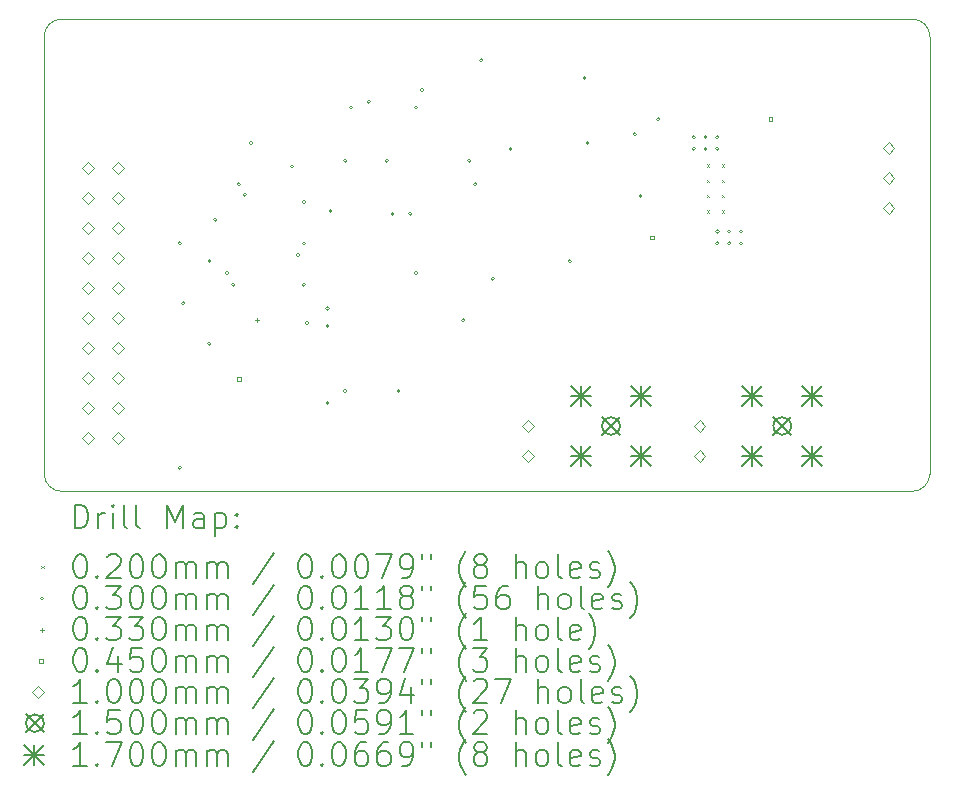
<source format=gbr>
%TF.GenerationSoftware,KiCad,Pcbnew,8.0.6*%
%TF.CreationDate,2024-12-30T16:19:12+01:00*%
%TF.ProjectId,pico-glitcher-v2.1-extension,7069636f-2d67-46c6-9974-636865722d76,rev?*%
%TF.SameCoordinates,PX3d09000PY6590fa0*%
%TF.FileFunction,Drillmap*%
%TF.FilePolarity,Positive*%
%FSLAX45Y45*%
G04 Gerber Fmt 4.5, Leading zero omitted, Abs format (unit mm)*
G04 Created by KiCad (PCBNEW 8.0.6) date 2024-12-30 16:19:12*
%MOMM*%
%LPD*%
G01*
G04 APERTURE LIST*
%ADD10C,0.050000*%
%ADD11C,0.200000*%
%ADD12C,0.100000*%
%ADD13C,0.150000*%
%ADD14C,0.170000*%
G04 APERTURE END LIST*
D10*
X7350000Y4000000D02*
G75*
G02*
X7500000Y3850000I0J-150000D01*
G01*
X7500000Y150000D02*
X7500000Y3850000D01*
X0Y3850000D02*
X0Y150000D01*
X0Y3850000D02*
G75*
G02*
X150000Y4000000I150000J0D01*
G01*
X7500000Y150000D02*
G75*
G02*
X7350000Y0I-150000J0D01*
G01*
X150000Y0D02*
G75*
G02*
X0Y150000I0J150000D01*
G01*
X7350000Y4000000D02*
X150000Y4000000D01*
X150000Y0D02*
X7350000Y0D01*
D11*
D12*
X5610000Y2770000D02*
X5630000Y2750000D01*
X5630000Y2770000D02*
X5610000Y2750000D01*
X5610000Y2640000D02*
X5630000Y2620000D01*
X5630000Y2640000D02*
X5610000Y2620000D01*
X5610000Y2510000D02*
X5630000Y2490000D01*
X5630000Y2510000D02*
X5610000Y2490000D01*
X5610000Y2380000D02*
X5630000Y2360000D01*
X5630000Y2380000D02*
X5610000Y2360000D01*
X5740000Y2770000D02*
X5760000Y2750000D01*
X5760000Y2770000D02*
X5740000Y2750000D01*
X5740000Y2640000D02*
X5760000Y2620000D01*
X5760000Y2640000D02*
X5740000Y2620000D01*
X5740000Y2510000D02*
X5760000Y2490000D01*
X5760000Y2510000D02*
X5740000Y2490000D01*
X5740000Y2380000D02*
X5760000Y2360000D01*
X5760000Y2380000D02*
X5740000Y2360000D01*
X1165000Y2100000D02*
G75*
G02*
X1135000Y2100000I-15000J0D01*
G01*
X1135000Y2100000D02*
G75*
G02*
X1165000Y2100000I15000J0D01*
G01*
X1165000Y200000D02*
G75*
G02*
X1135000Y200000I-15000J0D01*
G01*
X1135000Y200000D02*
G75*
G02*
X1165000Y200000I15000J0D01*
G01*
X1192300Y1592300D02*
G75*
G02*
X1162300Y1592300I-15000J0D01*
G01*
X1162300Y1592300D02*
G75*
G02*
X1192300Y1592300I15000J0D01*
G01*
X1415000Y1950000D02*
G75*
G02*
X1385000Y1950000I-15000J0D01*
G01*
X1385000Y1950000D02*
G75*
G02*
X1415000Y1950000I15000J0D01*
G01*
X1415000Y1250000D02*
G75*
G02*
X1385000Y1250000I-15000J0D01*
G01*
X1385000Y1250000D02*
G75*
G02*
X1415000Y1250000I15000J0D01*
G01*
X1465000Y2300000D02*
G75*
G02*
X1435000Y2300000I-15000J0D01*
G01*
X1435000Y2300000D02*
G75*
G02*
X1465000Y2300000I15000J0D01*
G01*
X1565000Y1850000D02*
G75*
G02*
X1535000Y1850000I-15000J0D01*
G01*
X1535000Y1850000D02*
G75*
G02*
X1565000Y1850000I15000J0D01*
G01*
X1615000Y1750000D02*
G75*
G02*
X1585000Y1750000I-15000J0D01*
G01*
X1585000Y1750000D02*
G75*
G02*
X1615000Y1750000I15000J0D01*
G01*
X1665000Y2600000D02*
G75*
G02*
X1635000Y2600000I-15000J0D01*
G01*
X1635000Y2600000D02*
G75*
G02*
X1665000Y2600000I15000J0D01*
G01*
X1715000Y2512700D02*
G75*
G02*
X1685000Y2512700I-15000J0D01*
G01*
X1685000Y2512700D02*
G75*
G02*
X1715000Y2512700I15000J0D01*
G01*
X1765000Y2950000D02*
G75*
G02*
X1735000Y2950000I-15000J0D01*
G01*
X1735000Y2950000D02*
G75*
G02*
X1765000Y2950000I15000J0D01*
G01*
X2115000Y2750000D02*
G75*
G02*
X2085000Y2750000I-15000J0D01*
G01*
X2085000Y2750000D02*
G75*
G02*
X2115000Y2750000I15000J0D01*
G01*
X2165000Y2000000D02*
G75*
G02*
X2135000Y2000000I-15000J0D01*
G01*
X2135000Y2000000D02*
G75*
G02*
X2165000Y2000000I15000J0D01*
G01*
X2215000Y2450000D02*
G75*
G02*
X2185000Y2450000I-15000J0D01*
G01*
X2185000Y2450000D02*
G75*
G02*
X2215000Y2450000I15000J0D01*
G01*
X2215000Y2100000D02*
G75*
G02*
X2185000Y2100000I-15000J0D01*
G01*
X2185000Y2100000D02*
G75*
G02*
X2215000Y2100000I15000J0D01*
G01*
X2215000Y1750000D02*
G75*
G02*
X2185000Y1750000I-15000J0D01*
G01*
X2185000Y1750000D02*
G75*
G02*
X2215000Y1750000I15000J0D01*
G01*
X2240000Y1425000D02*
G75*
G02*
X2210000Y1425000I-15000J0D01*
G01*
X2210000Y1425000D02*
G75*
G02*
X2240000Y1425000I15000J0D01*
G01*
X2415000Y1550000D02*
G75*
G02*
X2385000Y1550000I-15000J0D01*
G01*
X2385000Y1550000D02*
G75*
G02*
X2415000Y1550000I15000J0D01*
G01*
X2415000Y1400000D02*
G75*
G02*
X2385000Y1400000I-15000J0D01*
G01*
X2385000Y1400000D02*
G75*
G02*
X2415000Y1400000I15000J0D01*
G01*
X2415000Y750000D02*
G75*
G02*
X2385000Y750000I-15000J0D01*
G01*
X2385000Y750000D02*
G75*
G02*
X2415000Y750000I15000J0D01*
G01*
X2440000Y2375000D02*
G75*
G02*
X2410000Y2375000I-15000J0D01*
G01*
X2410000Y2375000D02*
G75*
G02*
X2440000Y2375000I15000J0D01*
G01*
X2565000Y2800000D02*
G75*
G02*
X2535000Y2800000I-15000J0D01*
G01*
X2535000Y2800000D02*
G75*
G02*
X2565000Y2800000I15000J0D01*
G01*
X2565000Y850000D02*
G75*
G02*
X2535000Y850000I-15000J0D01*
G01*
X2535000Y850000D02*
G75*
G02*
X2565000Y850000I15000J0D01*
G01*
X2615000Y3250000D02*
G75*
G02*
X2585000Y3250000I-15000J0D01*
G01*
X2585000Y3250000D02*
G75*
G02*
X2615000Y3250000I15000J0D01*
G01*
X2765000Y3300000D02*
G75*
G02*
X2735000Y3300000I-15000J0D01*
G01*
X2735000Y3300000D02*
G75*
G02*
X2765000Y3300000I15000J0D01*
G01*
X2915000Y2800000D02*
G75*
G02*
X2885000Y2800000I-15000J0D01*
G01*
X2885000Y2800000D02*
G75*
G02*
X2915000Y2800000I15000J0D01*
G01*
X2965000Y2350000D02*
G75*
G02*
X2935000Y2350000I-15000J0D01*
G01*
X2935000Y2350000D02*
G75*
G02*
X2965000Y2350000I15000J0D01*
G01*
X3015000Y850000D02*
G75*
G02*
X2985000Y850000I-15000J0D01*
G01*
X2985000Y850000D02*
G75*
G02*
X3015000Y850000I15000J0D01*
G01*
X3115000Y2350000D02*
G75*
G02*
X3085000Y2350000I-15000J0D01*
G01*
X3085000Y2350000D02*
G75*
G02*
X3115000Y2350000I15000J0D01*
G01*
X3165000Y3250000D02*
G75*
G02*
X3135000Y3250000I-15000J0D01*
G01*
X3135000Y3250000D02*
G75*
G02*
X3165000Y3250000I15000J0D01*
G01*
X3165000Y1850000D02*
G75*
G02*
X3135000Y1850000I-15000J0D01*
G01*
X3135000Y1850000D02*
G75*
G02*
X3165000Y1850000I15000J0D01*
G01*
X3215000Y3400000D02*
G75*
G02*
X3185000Y3400000I-15000J0D01*
G01*
X3185000Y3400000D02*
G75*
G02*
X3215000Y3400000I15000J0D01*
G01*
X3565000Y1450000D02*
G75*
G02*
X3535000Y1450000I-15000J0D01*
G01*
X3535000Y1450000D02*
G75*
G02*
X3565000Y1450000I15000J0D01*
G01*
X3615000Y2800000D02*
G75*
G02*
X3585000Y2800000I-15000J0D01*
G01*
X3585000Y2800000D02*
G75*
G02*
X3615000Y2800000I15000J0D01*
G01*
X3665000Y2600000D02*
G75*
G02*
X3635000Y2600000I-15000J0D01*
G01*
X3635000Y2600000D02*
G75*
G02*
X3665000Y2600000I15000J0D01*
G01*
X3715000Y3650000D02*
G75*
G02*
X3685000Y3650000I-15000J0D01*
G01*
X3685000Y3650000D02*
G75*
G02*
X3715000Y3650000I15000J0D01*
G01*
X3815000Y1800000D02*
G75*
G02*
X3785000Y1800000I-15000J0D01*
G01*
X3785000Y1800000D02*
G75*
G02*
X3815000Y1800000I15000J0D01*
G01*
X3963500Y2900000D02*
G75*
G02*
X3933500Y2900000I-15000J0D01*
G01*
X3933500Y2900000D02*
G75*
G02*
X3963500Y2900000I15000J0D01*
G01*
X4465000Y1950000D02*
G75*
G02*
X4435000Y1950000I-15000J0D01*
G01*
X4435000Y1950000D02*
G75*
G02*
X4465000Y1950000I15000J0D01*
G01*
X4590000Y3500000D02*
G75*
G02*
X4560000Y3500000I-15000J0D01*
G01*
X4560000Y3500000D02*
G75*
G02*
X4590000Y3500000I15000J0D01*
G01*
X4615000Y2950000D02*
G75*
G02*
X4585000Y2950000I-15000J0D01*
G01*
X4585000Y2950000D02*
G75*
G02*
X4615000Y2950000I15000J0D01*
G01*
X5015000Y3025000D02*
G75*
G02*
X4985000Y3025000I-15000J0D01*
G01*
X4985000Y3025000D02*
G75*
G02*
X5015000Y3025000I15000J0D01*
G01*
X5065000Y2500000D02*
G75*
G02*
X5035000Y2500000I-15000J0D01*
G01*
X5035000Y2500000D02*
G75*
G02*
X5065000Y2500000I15000J0D01*
G01*
X5215000Y3150000D02*
G75*
G02*
X5185000Y3150000I-15000J0D01*
G01*
X5185000Y3150000D02*
G75*
G02*
X5215000Y3150000I15000J0D01*
G01*
X5515000Y3000000D02*
G75*
G02*
X5485000Y3000000I-15000J0D01*
G01*
X5485000Y3000000D02*
G75*
G02*
X5515000Y3000000I15000J0D01*
G01*
X5515000Y2900000D02*
G75*
G02*
X5485000Y2900000I-15000J0D01*
G01*
X5485000Y2900000D02*
G75*
G02*
X5515000Y2900000I15000J0D01*
G01*
X5615000Y3000000D02*
G75*
G02*
X5585000Y3000000I-15000J0D01*
G01*
X5585000Y3000000D02*
G75*
G02*
X5615000Y3000000I15000J0D01*
G01*
X5615000Y2900000D02*
G75*
G02*
X5585000Y2900000I-15000J0D01*
G01*
X5585000Y2900000D02*
G75*
G02*
X5615000Y2900000I15000J0D01*
G01*
X5715000Y3000000D02*
G75*
G02*
X5685000Y3000000I-15000J0D01*
G01*
X5685000Y3000000D02*
G75*
G02*
X5715000Y3000000I15000J0D01*
G01*
X5715000Y2900000D02*
G75*
G02*
X5685000Y2900000I-15000J0D01*
G01*
X5685000Y2900000D02*
G75*
G02*
X5715000Y2900000I15000J0D01*
G01*
X5715000Y2200000D02*
G75*
G02*
X5685000Y2200000I-15000J0D01*
G01*
X5685000Y2200000D02*
G75*
G02*
X5715000Y2200000I15000J0D01*
G01*
X5715000Y2100000D02*
G75*
G02*
X5685000Y2100000I-15000J0D01*
G01*
X5685000Y2100000D02*
G75*
G02*
X5715000Y2100000I15000J0D01*
G01*
X5815000Y2200000D02*
G75*
G02*
X5785000Y2200000I-15000J0D01*
G01*
X5785000Y2200000D02*
G75*
G02*
X5815000Y2200000I15000J0D01*
G01*
X5815000Y2100000D02*
G75*
G02*
X5785000Y2100000I-15000J0D01*
G01*
X5785000Y2100000D02*
G75*
G02*
X5815000Y2100000I15000J0D01*
G01*
X5915000Y2200000D02*
G75*
G02*
X5885000Y2200000I-15000J0D01*
G01*
X5885000Y2200000D02*
G75*
G02*
X5915000Y2200000I15000J0D01*
G01*
X5915000Y2100000D02*
G75*
G02*
X5885000Y2100000I-15000J0D01*
G01*
X5885000Y2100000D02*
G75*
G02*
X5915000Y2100000I15000J0D01*
G01*
X1800000Y1466500D02*
X1800000Y1433500D01*
X1783500Y1450000D02*
X1816500Y1450000D01*
X1665910Y934090D02*
X1665910Y965910D01*
X1634090Y965910D01*
X1634090Y934090D01*
X1665910Y934090D01*
X5165910Y2134090D02*
X5165910Y2165910D01*
X5134090Y2165910D01*
X5134090Y2134090D01*
X5165910Y2134090D01*
X6165910Y3134090D02*
X6165910Y3165910D01*
X6134090Y3165910D01*
X6134090Y3134090D01*
X6165910Y3134090D01*
X375000Y2686000D02*
X425000Y2736000D01*
X375000Y2786000D01*
X325000Y2736000D01*
X375000Y2686000D01*
X375000Y2432000D02*
X425000Y2482000D01*
X375000Y2532000D01*
X325000Y2482000D01*
X375000Y2432000D01*
X375000Y2178000D02*
X425000Y2228000D01*
X375000Y2278000D01*
X325000Y2228000D01*
X375000Y2178000D01*
X375000Y1924000D02*
X425000Y1974000D01*
X375000Y2024000D01*
X325000Y1974000D01*
X375000Y1924000D01*
X375000Y1670000D02*
X425000Y1720000D01*
X375000Y1770000D01*
X325000Y1720000D01*
X375000Y1670000D01*
X375000Y1416000D02*
X425000Y1466000D01*
X375000Y1516000D01*
X325000Y1466000D01*
X375000Y1416000D01*
X375000Y1162000D02*
X425000Y1212000D01*
X375000Y1262000D01*
X325000Y1212000D01*
X375000Y1162000D01*
X375000Y908000D02*
X425000Y958000D01*
X375000Y1008000D01*
X325000Y958000D01*
X375000Y908000D01*
X375000Y654000D02*
X425000Y704000D01*
X375000Y754000D01*
X325000Y704000D01*
X375000Y654000D01*
X375000Y400000D02*
X425000Y450000D01*
X375000Y500000D01*
X325000Y450000D01*
X375000Y400000D01*
X629000Y2686000D02*
X679000Y2736000D01*
X629000Y2786000D01*
X579000Y2736000D01*
X629000Y2686000D01*
X629000Y2432000D02*
X679000Y2482000D01*
X629000Y2532000D01*
X579000Y2482000D01*
X629000Y2432000D01*
X629000Y2178000D02*
X679000Y2228000D01*
X629000Y2278000D01*
X579000Y2228000D01*
X629000Y2178000D01*
X629000Y1924000D02*
X679000Y1974000D01*
X629000Y2024000D01*
X579000Y1974000D01*
X629000Y1924000D01*
X629000Y1670000D02*
X679000Y1720000D01*
X629000Y1770000D01*
X579000Y1720000D01*
X629000Y1670000D01*
X629000Y1416000D02*
X679000Y1466000D01*
X629000Y1516000D01*
X579000Y1466000D01*
X629000Y1416000D01*
X629000Y1162000D02*
X679000Y1212000D01*
X629000Y1262000D01*
X579000Y1212000D01*
X629000Y1162000D01*
X629000Y908000D02*
X679000Y958000D01*
X629000Y1008000D01*
X579000Y958000D01*
X629000Y908000D01*
X629000Y654000D02*
X679000Y704000D01*
X629000Y754000D01*
X579000Y704000D01*
X629000Y654000D01*
X629000Y400000D02*
X679000Y450000D01*
X629000Y500000D01*
X579000Y450000D01*
X629000Y400000D01*
X4100000Y504000D02*
X4150000Y554000D01*
X4100000Y604000D01*
X4050000Y554000D01*
X4100000Y504000D01*
X4100000Y250000D02*
X4150000Y300000D01*
X4100000Y350000D01*
X4050000Y300000D01*
X4100000Y250000D01*
X5550000Y504000D02*
X5600000Y554000D01*
X5550000Y604000D01*
X5500000Y554000D01*
X5550000Y504000D01*
X5550000Y250000D02*
X5600000Y300000D01*
X5550000Y350000D01*
X5500000Y300000D01*
X5550000Y250000D01*
X7150000Y2858000D02*
X7200000Y2908000D01*
X7150000Y2958000D01*
X7100000Y2908000D01*
X7150000Y2858000D01*
X7150000Y2604000D02*
X7200000Y2654000D01*
X7150000Y2704000D01*
X7100000Y2654000D01*
X7150000Y2604000D01*
X7150000Y2350000D02*
X7200000Y2400000D01*
X7150000Y2450000D01*
X7100000Y2400000D01*
X7150000Y2350000D01*
D13*
X4725000Y629000D02*
X4875000Y479000D01*
X4875000Y629000D02*
X4725000Y479000D01*
X4875000Y554000D02*
G75*
G02*
X4725000Y554000I-75000J0D01*
G01*
X4725000Y554000D02*
G75*
G02*
X4875000Y554000I75000J0D01*
G01*
X6175000Y629000D02*
X6325000Y479000D01*
X6325000Y629000D02*
X6175000Y479000D01*
X6325000Y554000D02*
G75*
G02*
X6175000Y554000I-75000J0D01*
G01*
X6175000Y554000D02*
G75*
G02*
X6325000Y554000I75000J0D01*
G01*
D14*
X4461000Y893000D02*
X4631000Y723000D01*
X4631000Y893000D02*
X4461000Y723000D01*
X4546000Y893000D02*
X4546000Y723000D01*
X4461000Y808000D02*
X4631000Y808000D01*
X4461000Y385000D02*
X4631000Y215000D01*
X4631000Y385000D02*
X4461000Y215000D01*
X4546000Y385000D02*
X4546000Y215000D01*
X4461000Y300000D02*
X4631000Y300000D01*
X4969000Y893000D02*
X5139000Y723000D01*
X5139000Y893000D02*
X4969000Y723000D01*
X5054000Y893000D02*
X5054000Y723000D01*
X4969000Y808000D02*
X5139000Y808000D01*
X4969000Y385000D02*
X5139000Y215000D01*
X5139000Y385000D02*
X4969000Y215000D01*
X5054000Y385000D02*
X5054000Y215000D01*
X4969000Y300000D02*
X5139000Y300000D01*
X5911000Y893000D02*
X6081000Y723000D01*
X6081000Y893000D02*
X5911000Y723000D01*
X5996000Y893000D02*
X5996000Y723000D01*
X5911000Y808000D02*
X6081000Y808000D01*
X5911000Y385000D02*
X6081000Y215000D01*
X6081000Y385000D02*
X5911000Y215000D01*
X5996000Y385000D02*
X5996000Y215000D01*
X5911000Y300000D02*
X6081000Y300000D01*
X6419000Y893000D02*
X6589000Y723000D01*
X6589000Y893000D02*
X6419000Y723000D01*
X6504000Y893000D02*
X6504000Y723000D01*
X6419000Y808000D02*
X6589000Y808000D01*
X6419000Y385000D02*
X6589000Y215000D01*
X6589000Y385000D02*
X6419000Y215000D01*
X6504000Y385000D02*
X6504000Y215000D01*
X6419000Y300000D02*
X6589000Y300000D01*
D11*
X258277Y-313984D02*
X258277Y-113984D01*
X258277Y-113984D02*
X305896Y-113984D01*
X305896Y-113984D02*
X334467Y-123508D01*
X334467Y-123508D02*
X353515Y-142555D01*
X353515Y-142555D02*
X363039Y-161603D01*
X363039Y-161603D02*
X372562Y-199698D01*
X372562Y-199698D02*
X372562Y-228269D01*
X372562Y-228269D02*
X363039Y-266365D01*
X363039Y-266365D02*
X353515Y-285412D01*
X353515Y-285412D02*
X334467Y-304460D01*
X334467Y-304460D02*
X305896Y-313984D01*
X305896Y-313984D02*
X258277Y-313984D01*
X458277Y-313984D02*
X458277Y-180650D01*
X458277Y-218746D02*
X467801Y-199698D01*
X467801Y-199698D02*
X477324Y-190174D01*
X477324Y-190174D02*
X496372Y-180650D01*
X496372Y-180650D02*
X515420Y-180650D01*
X582086Y-313984D02*
X582086Y-180650D01*
X582086Y-113984D02*
X572563Y-123508D01*
X572563Y-123508D02*
X582086Y-133031D01*
X582086Y-133031D02*
X591610Y-123508D01*
X591610Y-123508D02*
X582086Y-113984D01*
X582086Y-113984D02*
X582086Y-133031D01*
X705896Y-313984D02*
X686848Y-304460D01*
X686848Y-304460D02*
X677324Y-285412D01*
X677324Y-285412D02*
X677324Y-113984D01*
X810658Y-313984D02*
X791610Y-304460D01*
X791610Y-304460D02*
X782086Y-285412D01*
X782086Y-285412D02*
X782086Y-113984D01*
X1039229Y-313984D02*
X1039229Y-113984D01*
X1039229Y-113984D02*
X1105896Y-256841D01*
X1105896Y-256841D02*
X1172563Y-113984D01*
X1172563Y-113984D02*
X1172563Y-313984D01*
X1353515Y-313984D02*
X1353515Y-209222D01*
X1353515Y-209222D02*
X1343991Y-190174D01*
X1343991Y-190174D02*
X1324944Y-180650D01*
X1324944Y-180650D02*
X1286848Y-180650D01*
X1286848Y-180650D02*
X1267801Y-190174D01*
X1353515Y-304460D02*
X1334467Y-313984D01*
X1334467Y-313984D02*
X1286848Y-313984D01*
X1286848Y-313984D02*
X1267801Y-304460D01*
X1267801Y-304460D02*
X1258277Y-285412D01*
X1258277Y-285412D02*
X1258277Y-266365D01*
X1258277Y-266365D02*
X1267801Y-247317D01*
X1267801Y-247317D02*
X1286848Y-237793D01*
X1286848Y-237793D02*
X1334467Y-237793D01*
X1334467Y-237793D02*
X1353515Y-228269D01*
X1448753Y-180650D02*
X1448753Y-380650D01*
X1448753Y-190174D02*
X1467801Y-180650D01*
X1467801Y-180650D02*
X1505896Y-180650D01*
X1505896Y-180650D02*
X1524943Y-190174D01*
X1524943Y-190174D02*
X1534467Y-199698D01*
X1534467Y-199698D02*
X1543991Y-218746D01*
X1543991Y-218746D02*
X1543991Y-275889D01*
X1543991Y-275889D02*
X1534467Y-294936D01*
X1534467Y-294936D02*
X1524943Y-304460D01*
X1524943Y-304460D02*
X1505896Y-313984D01*
X1505896Y-313984D02*
X1467801Y-313984D01*
X1467801Y-313984D02*
X1448753Y-304460D01*
X1629705Y-294936D02*
X1639229Y-304460D01*
X1639229Y-304460D02*
X1629705Y-313984D01*
X1629705Y-313984D02*
X1620182Y-304460D01*
X1620182Y-304460D02*
X1629705Y-294936D01*
X1629705Y-294936D02*
X1629705Y-313984D01*
X1629705Y-190174D02*
X1639229Y-199698D01*
X1639229Y-199698D02*
X1629705Y-209222D01*
X1629705Y-209222D02*
X1620182Y-199698D01*
X1620182Y-199698D02*
X1629705Y-190174D01*
X1629705Y-190174D02*
X1629705Y-209222D01*
D12*
X-22500Y-632500D02*
X-2500Y-652500D01*
X-2500Y-632500D02*
X-22500Y-652500D01*
D11*
X296372Y-533984D02*
X315420Y-533984D01*
X315420Y-533984D02*
X334467Y-543508D01*
X334467Y-543508D02*
X343991Y-553031D01*
X343991Y-553031D02*
X353515Y-572079D01*
X353515Y-572079D02*
X363039Y-610174D01*
X363039Y-610174D02*
X363039Y-657793D01*
X363039Y-657793D02*
X353515Y-695889D01*
X353515Y-695889D02*
X343991Y-714936D01*
X343991Y-714936D02*
X334467Y-724460D01*
X334467Y-724460D02*
X315420Y-733984D01*
X315420Y-733984D02*
X296372Y-733984D01*
X296372Y-733984D02*
X277324Y-724460D01*
X277324Y-724460D02*
X267801Y-714936D01*
X267801Y-714936D02*
X258277Y-695889D01*
X258277Y-695889D02*
X248753Y-657793D01*
X248753Y-657793D02*
X248753Y-610174D01*
X248753Y-610174D02*
X258277Y-572079D01*
X258277Y-572079D02*
X267801Y-553031D01*
X267801Y-553031D02*
X277324Y-543508D01*
X277324Y-543508D02*
X296372Y-533984D01*
X448753Y-714936D02*
X458277Y-724460D01*
X458277Y-724460D02*
X448753Y-733984D01*
X448753Y-733984D02*
X439229Y-724460D01*
X439229Y-724460D02*
X448753Y-714936D01*
X448753Y-714936D02*
X448753Y-733984D01*
X534467Y-553031D02*
X543991Y-543508D01*
X543991Y-543508D02*
X563039Y-533984D01*
X563039Y-533984D02*
X610658Y-533984D01*
X610658Y-533984D02*
X629705Y-543508D01*
X629705Y-543508D02*
X639229Y-553031D01*
X639229Y-553031D02*
X648753Y-572079D01*
X648753Y-572079D02*
X648753Y-591127D01*
X648753Y-591127D02*
X639229Y-619698D01*
X639229Y-619698D02*
X524944Y-733984D01*
X524944Y-733984D02*
X648753Y-733984D01*
X772562Y-533984D02*
X791610Y-533984D01*
X791610Y-533984D02*
X810658Y-543508D01*
X810658Y-543508D02*
X820182Y-553031D01*
X820182Y-553031D02*
X829705Y-572079D01*
X829705Y-572079D02*
X839229Y-610174D01*
X839229Y-610174D02*
X839229Y-657793D01*
X839229Y-657793D02*
X829705Y-695889D01*
X829705Y-695889D02*
X820182Y-714936D01*
X820182Y-714936D02*
X810658Y-724460D01*
X810658Y-724460D02*
X791610Y-733984D01*
X791610Y-733984D02*
X772562Y-733984D01*
X772562Y-733984D02*
X753515Y-724460D01*
X753515Y-724460D02*
X743991Y-714936D01*
X743991Y-714936D02*
X734467Y-695889D01*
X734467Y-695889D02*
X724943Y-657793D01*
X724943Y-657793D02*
X724943Y-610174D01*
X724943Y-610174D02*
X734467Y-572079D01*
X734467Y-572079D02*
X743991Y-553031D01*
X743991Y-553031D02*
X753515Y-543508D01*
X753515Y-543508D02*
X772562Y-533984D01*
X963039Y-533984D02*
X982086Y-533984D01*
X982086Y-533984D02*
X1001134Y-543508D01*
X1001134Y-543508D02*
X1010658Y-553031D01*
X1010658Y-553031D02*
X1020182Y-572079D01*
X1020182Y-572079D02*
X1029705Y-610174D01*
X1029705Y-610174D02*
X1029705Y-657793D01*
X1029705Y-657793D02*
X1020182Y-695889D01*
X1020182Y-695889D02*
X1010658Y-714936D01*
X1010658Y-714936D02*
X1001134Y-724460D01*
X1001134Y-724460D02*
X982086Y-733984D01*
X982086Y-733984D02*
X963039Y-733984D01*
X963039Y-733984D02*
X943991Y-724460D01*
X943991Y-724460D02*
X934467Y-714936D01*
X934467Y-714936D02*
X924943Y-695889D01*
X924943Y-695889D02*
X915420Y-657793D01*
X915420Y-657793D02*
X915420Y-610174D01*
X915420Y-610174D02*
X924943Y-572079D01*
X924943Y-572079D02*
X934467Y-553031D01*
X934467Y-553031D02*
X943991Y-543508D01*
X943991Y-543508D02*
X963039Y-533984D01*
X1115420Y-733984D02*
X1115420Y-600650D01*
X1115420Y-619698D02*
X1124944Y-610174D01*
X1124944Y-610174D02*
X1143991Y-600650D01*
X1143991Y-600650D02*
X1172563Y-600650D01*
X1172563Y-600650D02*
X1191610Y-610174D01*
X1191610Y-610174D02*
X1201134Y-629222D01*
X1201134Y-629222D02*
X1201134Y-733984D01*
X1201134Y-629222D02*
X1210658Y-610174D01*
X1210658Y-610174D02*
X1229705Y-600650D01*
X1229705Y-600650D02*
X1258277Y-600650D01*
X1258277Y-600650D02*
X1277325Y-610174D01*
X1277325Y-610174D02*
X1286848Y-629222D01*
X1286848Y-629222D02*
X1286848Y-733984D01*
X1382086Y-733984D02*
X1382086Y-600650D01*
X1382086Y-619698D02*
X1391610Y-610174D01*
X1391610Y-610174D02*
X1410658Y-600650D01*
X1410658Y-600650D02*
X1439229Y-600650D01*
X1439229Y-600650D02*
X1458277Y-610174D01*
X1458277Y-610174D02*
X1467801Y-629222D01*
X1467801Y-629222D02*
X1467801Y-733984D01*
X1467801Y-629222D02*
X1477324Y-610174D01*
X1477324Y-610174D02*
X1496372Y-600650D01*
X1496372Y-600650D02*
X1524943Y-600650D01*
X1524943Y-600650D02*
X1543991Y-610174D01*
X1543991Y-610174D02*
X1553515Y-629222D01*
X1553515Y-629222D02*
X1553515Y-733984D01*
X1943991Y-524460D02*
X1772563Y-781603D01*
X2201134Y-533984D02*
X2220182Y-533984D01*
X2220182Y-533984D02*
X2239229Y-543508D01*
X2239229Y-543508D02*
X2248753Y-553031D01*
X2248753Y-553031D02*
X2258277Y-572079D01*
X2258277Y-572079D02*
X2267801Y-610174D01*
X2267801Y-610174D02*
X2267801Y-657793D01*
X2267801Y-657793D02*
X2258277Y-695889D01*
X2258277Y-695889D02*
X2248753Y-714936D01*
X2248753Y-714936D02*
X2239229Y-724460D01*
X2239229Y-724460D02*
X2220182Y-733984D01*
X2220182Y-733984D02*
X2201134Y-733984D01*
X2201134Y-733984D02*
X2182087Y-724460D01*
X2182087Y-724460D02*
X2172563Y-714936D01*
X2172563Y-714936D02*
X2163039Y-695889D01*
X2163039Y-695889D02*
X2153515Y-657793D01*
X2153515Y-657793D02*
X2153515Y-610174D01*
X2153515Y-610174D02*
X2163039Y-572079D01*
X2163039Y-572079D02*
X2172563Y-553031D01*
X2172563Y-553031D02*
X2182087Y-543508D01*
X2182087Y-543508D02*
X2201134Y-533984D01*
X2353515Y-714936D02*
X2363039Y-724460D01*
X2363039Y-724460D02*
X2353515Y-733984D01*
X2353515Y-733984D02*
X2343991Y-724460D01*
X2343991Y-724460D02*
X2353515Y-714936D01*
X2353515Y-714936D02*
X2353515Y-733984D01*
X2486848Y-533984D02*
X2505896Y-533984D01*
X2505896Y-533984D02*
X2524944Y-543508D01*
X2524944Y-543508D02*
X2534468Y-553031D01*
X2534468Y-553031D02*
X2543991Y-572079D01*
X2543991Y-572079D02*
X2553515Y-610174D01*
X2553515Y-610174D02*
X2553515Y-657793D01*
X2553515Y-657793D02*
X2543991Y-695889D01*
X2543991Y-695889D02*
X2534468Y-714936D01*
X2534468Y-714936D02*
X2524944Y-724460D01*
X2524944Y-724460D02*
X2505896Y-733984D01*
X2505896Y-733984D02*
X2486848Y-733984D01*
X2486848Y-733984D02*
X2467801Y-724460D01*
X2467801Y-724460D02*
X2458277Y-714936D01*
X2458277Y-714936D02*
X2448753Y-695889D01*
X2448753Y-695889D02*
X2439229Y-657793D01*
X2439229Y-657793D02*
X2439229Y-610174D01*
X2439229Y-610174D02*
X2448753Y-572079D01*
X2448753Y-572079D02*
X2458277Y-553031D01*
X2458277Y-553031D02*
X2467801Y-543508D01*
X2467801Y-543508D02*
X2486848Y-533984D01*
X2677325Y-533984D02*
X2696372Y-533984D01*
X2696372Y-533984D02*
X2715420Y-543508D01*
X2715420Y-543508D02*
X2724944Y-553031D01*
X2724944Y-553031D02*
X2734468Y-572079D01*
X2734468Y-572079D02*
X2743991Y-610174D01*
X2743991Y-610174D02*
X2743991Y-657793D01*
X2743991Y-657793D02*
X2734468Y-695889D01*
X2734468Y-695889D02*
X2724944Y-714936D01*
X2724944Y-714936D02*
X2715420Y-724460D01*
X2715420Y-724460D02*
X2696372Y-733984D01*
X2696372Y-733984D02*
X2677325Y-733984D01*
X2677325Y-733984D02*
X2658277Y-724460D01*
X2658277Y-724460D02*
X2648753Y-714936D01*
X2648753Y-714936D02*
X2639229Y-695889D01*
X2639229Y-695889D02*
X2629706Y-657793D01*
X2629706Y-657793D02*
X2629706Y-610174D01*
X2629706Y-610174D02*
X2639229Y-572079D01*
X2639229Y-572079D02*
X2648753Y-553031D01*
X2648753Y-553031D02*
X2658277Y-543508D01*
X2658277Y-543508D02*
X2677325Y-533984D01*
X2810658Y-533984D02*
X2943991Y-533984D01*
X2943991Y-533984D02*
X2858277Y-733984D01*
X3029706Y-733984D02*
X3067801Y-733984D01*
X3067801Y-733984D02*
X3086848Y-724460D01*
X3086848Y-724460D02*
X3096372Y-714936D01*
X3096372Y-714936D02*
X3115420Y-686365D01*
X3115420Y-686365D02*
X3124944Y-648270D01*
X3124944Y-648270D02*
X3124944Y-572079D01*
X3124944Y-572079D02*
X3115420Y-553031D01*
X3115420Y-553031D02*
X3105896Y-543508D01*
X3105896Y-543508D02*
X3086848Y-533984D01*
X3086848Y-533984D02*
X3048753Y-533984D01*
X3048753Y-533984D02*
X3029706Y-543508D01*
X3029706Y-543508D02*
X3020182Y-553031D01*
X3020182Y-553031D02*
X3010658Y-572079D01*
X3010658Y-572079D02*
X3010658Y-619698D01*
X3010658Y-619698D02*
X3020182Y-638746D01*
X3020182Y-638746D02*
X3029706Y-648270D01*
X3029706Y-648270D02*
X3048753Y-657793D01*
X3048753Y-657793D02*
X3086848Y-657793D01*
X3086848Y-657793D02*
X3105896Y-648270D01*
X3105896Y-648270D02*
X3115420Y-638746D01*
X3115420Y-638746D02*
X3124944Y-619698D01*
X3201134Y-533984D02*
X3201134Y-572079D01*
X3277325Y-533984D02*
X3277325Y-572079D01*
X3572563Y-810174D02*
X3563039Y-800650D01*
X3563039Y-800650D02*
X3543991Y-772079D01*
X3543991Y-772079D02*
X3534468Y-753031D01*
X3534468Y-753031D02*
X3524944Y-724460D01*
X3524944Y-724460D02*
X3515420Y-676841D01*
X3515420Y-676841D02*
X3515420Y-638746D01*
X3515420Y-638746D02*
X3524944Y-591127D01*
X3524944Y-591127D02*
X3534468Y-562555D01*
X3534468Y-562555D02*
X3543991Y-543508D01*
X3543991Y-543508D02*
X3563039Y-514936D01*
X3563039Y-514936D02*
X3572563Y-505412D01*
X3677325Y-619698D02*
X3658277Y-610174D01*
X3658277Y-610174D02*
X3648753Y-600650D01*
X3648753Y-600650D02*
X3639229Y-581603D01*
X3639229Y-581603D02*
X3639229Y-572079D01*
X3639229Y-572079D02*
X3648753Y-553031D01*
X3648753Y-553031D02*
X3658277Y-543508D01*
X3658277Y-543508D02*
X3677325Y-533984D01*
X3677325Y-533984D02*
X3715420Y-533984D01*
X3715420Y-533984D02*
X3734468Y-543508D01*
X3734468Y-543508D02*
X3743991Y-553031D01*
X3743991Y-553031D02*
X3753515Y-572079D01*
X3753515Y-572079D02*
X3753515Y-581603D01*
X3753515Y-581603D02*
X3743991Y-600650D01*
X3743991Y-600650D02*
X3734468Y-610174D01*
X3734468Y-610174D02*
X3715420Y-619698D01*
X3715420Y-619698D02*
X3677325Y-619698D01*
X3677325Y-619698D02*
X3658277Y-629222D01*
X3658277Y-629222D02*
X3648753Y-638746D01*
X3648753Y-638746D02*
X3639229Y-657793D01*
X3639229Y-657793D02*
X3639229Y-695889D01*
X3639229Y-695889D02*
X3648753Y-714936D01*
X3648753Y-714936D02*
X3658277Y-724460D01*
X3658277Y-724460D02*
X3677325Y-733984D01*
X3677325Y-733984D02*
X3715420Y-733984D01*
X3715420Y-733984D02*
X3734468Y-724460D01*
X3734468Y-724460D02*
X3743991Y-714936D01*
X3743991Y-714936D02*
X3753515Y-695889D01*
X3753515Y-695889D02*
X3753515Y-657793D01*
X3753515Y-657793D02*
X3743991Y-638746D01*
X3743991Y-638746D02*
X3734468Y-629222D01*
X3734468Y-629222D02*
X3715420Y-619698D01*
X3991610Y-733984D02*
X3991610Y-533984D01*
X4077325Y-733984D02*
X4077325Y-629222D01*
X4077325Y-629222D02*
X4067801Y-610174D01*
X4067801Y-610174D02*
X4048753Y-600650D01*
X4048753Y-600650D02*
X4020182Y-600650D01*
X4020182Y-600650D02*
X4001134Y-610174D01*
X4001134Y-610174D02*
X3991610Y-619698D01*
X4201134Y-733984D02*
X4182087Y-724460D01*
X4182087Y-724460D02*
X4172563Y-714936D01*
X4172563Y-714936D02*
X4163039Y-695889D01*
X4163039Y-695889D02*
X4163039Y-638746D01*
X4163039Y-638746D02*
X4172563Y-619698D01*
X4172563Y-619698D02*
X4182087Y-610174D01*
X4182087Y-610174D02*
X4201134Y-600650D01*
X4201134Y-600650D02*
X4229706Y-600650D01*
X4229706Y-600650D02*
X4248753Y-610174D01*
X4248753Y-610174D02*
X4258277Y-619698D01*
X4258277Y-619698D02*
X4267801Y-638746D01*
X4267801Y-638746D02*
X4267801Y-695889D01*
X4267801Y-695889D02*
X4258277Y-714936D01*
X4258277Y-714936D02*
X4248753Y-724460D01*
X4248753Y-724460D02*
X4229706Y-733984D01*
X4229706Y-733984D02*
X4201134Y-733984D01*
X4382087Y-733984D02*
X4363039Y-724460D01*
X4363039Y-724460D02*
X4353515Y-705412D01*
X4353515Y-705412D02*
X4353515Y-533984D01*
X4534468Y-724460D02*
X4515420Y-733984D01*
X4515420Y-733984D02*
X4477325Y-733984D01*
X4477325Y-733984D02*
X4458277Y-724460D01*
X4458277Y-724460D02*
X4448753Y-705412D01*
X4448753Y-705412D02*
X4448753Y-629222D01*
X4448753Y-629222D02*
X4458277Y-610174D01*
X4458277Y-610174D02*
X4477325Y-600650D01*
X4477325Y-600650D02*
X4515420Y-600650D01*
X4515420Y-600650D02*
X4534468Y-610174D01*
X4534468Y-610174D02*
X4543992Y-629222D01*
X4543992Y-629222D02*
X4543992Y-648270D01*
X4543992Y-648270D02*
X4448753Y-667317D01*
X4620182Y-724460D02*
X4639230Y-733984D01*
X4639230Y-733984D02*
X4677325Y-733984D01*
X4677325Y-733984D02*
X4696373Y-724460D01*
X4696373Y-724460D02*
X4705896Y-705412D01*
X4705896Y-705412D02*
X4705896Y-695889D01*
X4705896Y-695889D02*
X4696373Y-676841D01*
X4696373Y-676841D02*
X4677325Y-667317D01*
X4677325Y-667317D02*
X4648753Y-667317D01*
X4648753Y-667317D02*
X4629706Y-657793D01*
X4629706Y-657793D02*
X4620182Y-638746D01*
X4620182Y-638746D02*
X4620182Y-629222D01*
X4620182Y-629222D02*
X4629706Y-610174D01*
X4629706Y-610174D02*
X4648753Y-600650D01*
X4648753Y-600650D02*
X4677325Y-600650D01*
X4677325Y-600650D02*
X4696373Y-610174D01*
X4772563Y-810174D02*
X4782087Y-800650D01*
X4782087Y-800650D02*
X4801134Y-772079D01*
X4801134Y-772079D02*
X4810658Y-753031D01*
X4810658Y-753031D02*
X4820182Y-724460D01*
X4820182Y-724460D02*
X4829706Y-676841D01*
X4829706Y-676841D02*
X4829706Y-638746D01*
X4829706Y-638746D02*
X4820182Y-591127D01*
X4820182Y-591127D02*
X4810658Y-562555D01*
X4810658Y-562555D02*
X4801134Y-543508D01*
X4801134Y-543508D02*
X4782087Y-514936D01*
X4782087Y-514936D02*
X4772563Y-505412D01*
D12*
X-2500Y-906500D02*
G75*
G02*
X-32500Y-906500I-15000J0D01*
G01*
X-32500Y-906500D02*
G75*
G02*
X-2500Y-906500I15000J0D01*
G01*
D11*
X296372Y-797984D02*
X315420Y-797984D01*
X315420Y-797984D02*
X334467Y-807508D01*
X334467Y-807508D02*
X343991Y-817031D01*
X343991Y-817031D02*
X353515Y-836079D01*
X353515Y-836079D02*
X363039Y-874174D01*
X363039Y-874174D02*
X363039Y-921793D01*
X363039Y-921793D02*
X353515Y-959888D01*
X353515Y-959888D02*
X343991Y-978936D01*
X343991Y-978936D02*
X334467Y-988460D01*
X334467Y-988460D02*
X315420Y-997984D01*
X315420Y-997984D02*
X296372Y-997984D01*
X296372Y-997984D02*
X277324Y-988460D01*
X277324Y-988460D02*
X267801Y-978936D01*
X267801Y-978936D02*
X258277Y-959888D01*
X258277Y-959888D02*
X248753Y-921793D01*
X248753Y-921793D02*
X248753Y-874174D01*
X248753Y-874174D02*
X258277Y-836079D01*
X258277Y-836079D02*
X267801Y-817031D01*
X267801Y-817031D02*
X277324Y-807508D01*
X277324Y-807508D02*
X296372Y-797984D01*
X448753Y-978936D02*
X458277Y-988460D01*
X458277Y-988460D02*
X448753Y-997984D01*
X448753Y-997984D02*
X439229Y-988460D01*
X439229Y-988460D02*
X448753Y-978936D01*
X448753Y-978936D02*
X448753Y-997984D01*
X524944Y-797984D02*
X648753Y-797984D01*
X648753Y-797984D02*
X582086Y-874174D01*
X582086Y-874174D02*
X610658Y-874174D01*
X610658Y-874174D02*
X629705Y-883698D01*
X629705Y-883698D02*
X639229Y-893222D01*
X639229Y-893222D02*
X648753Y-912269D01*
X648753Y-912269D02*
X648753Y-959888D01*
X648753Y-959888D02*
X639229Y-978936D01*
X639229Y-978936D02*
X629705Y-988460D01*
X629705Y-988460D02*
X610658Y-997984D01*
X610658Y-997984D02*
X553515Y-997984D01*
X553515Y-997984D02*
X534467Y-988460D01*
X534467Y-988460D02*
X524944Y-978936D01*
X772562Y-797984D02*
X791610Y-797984D01*
X791610Y-797984D02*
X810658Y-807508D01*
X810658Y-807508D02*
X820182Y-817031D01*
X820182Y-817031D02*
X829705Y-836079D01*
X829705Y-836079D02*
X839229Y-874174D01*
X839229Y-874174D02*
X839229Y-921793D01*
X839229Y-921793D02*
X829705Y-959888D01*
X829705Y-959888D02*
X820182Y-978936D01*
X820182Y-978936D02*
X810658Y-988460D01*
X810658Y-988460D02*
X791610Y-997984D01*
X791610Y-997984D02*
X772562Y-997984D01*
X772562Y-997984D02*
X753515Y-988460D01*
X753515Y-988460D02*
X743991Y-978936D01*
X743991Y-978936D02*
X734467Y-959888D01*
X734467Y-959888D02*
X724943Y-921793D01*
X724943Y-921793D02*
X724943Y-874174D01*
X724943Y-874174D02*
X734467Y-836079D01*
X734467Y-836079D02*
X743991Y-817031D01*
X743991Y-817031D02*
X753515Y-807508D01*
X753515Y-807508D02*
X772562Y-797984D01*
X963039Y-797984D02*
X982086Y-797984D01*
X982086Y-797984D02*
X1001134Y-807508D01*
X1001134Y-807508D02*
X1010658Y-817031D01*
X1010658Y-817031D02*
X1020182Y-836079D01*
X1020182Y-836079D02*
X1029705Y-874174D01*
X1029705Y-874174D02*
X1029705Y-921793D01*
X1029705Y-921793D02*
X1020182Y-959888D01*
X1020182Y-959888D02*
X1010658Y-978936D01*
X1010658Y-978936D02*
X1001134Y-988460D01*
X1001134Y-988460D02*
X982086Y-997984D01*
X982086Y-997984D02*
X963039Y-997984D01*
X963039Y-997984D02*
X943991Y-988460D01*
X943991Y-988460D02*
X934467Y-978936D01*
X934467Y-978936D02*
X924943Y-959888D01*
X924943Y-959888D02*
X915420Y-921793D01*
X915420Y-921793D02*
X915420Y-874174D01*
X915420Y-874174D02*
X924943Y-836079D01*
X924943Y-836079D02*
X934467Y-817031D01*
X934467Y-817031D02*
X943991Y-807508D01*
X943991Y-807508D02*
X963039Y-797984D01*
X1115420Y-997984D02*
X1115420Y-864650D01*
X1115420Y-883698D02*
X1124944Y-874174D01*
X1124944Y-874174D02*
X1143991Y-864650D01*
X1143991Y-864650D02*
X1172563Y-864650D01*
X1172563Y-864650D02*
X1191610Y-874174D01*
X1191610Y-874174D02*
X1201134Y-893222D01*
X1201134Y-893222D02*
X1201134Y-997984D01*
X1201134Y-893222D02*
X1210658Y-874174D01*
X1210658Y-874174D02*
X1229705Y-864650D01*
X1229705Y-864650D02*
X1258277Y-864650D01*
X1258277Y-864650D02*
X1277325Y-874174D01*
X1277325Y-874174D02*
X1286848Y-893222D01*
X1286848Y-893222D02*
X1286848Y-997984D01*
X1382086Y-997984D02*
X1382086Y-864650D01*
X1382086Y-883698D02*
X1391610Y-874174D01*
X1391610Y-874174D02*
X1410658Y-864650D01*
X1410658Y-864650D02*
X1439229Y-864650D01*
X1439229Y-864650D02*
X1458277Y-874174D01*
X1458277Y-874174D02*
X1467801Y-893222D01*
X1467801Y-893222D02*
X1467801Y-997984D01*
X1467801Y-893222D02*
X1477324Y-874174D01*
X1477324Y-874174D02*
X1496372Y-864650D01*
X1496372Y-864650D02*
X1524943Y-864650D01*
X1524943Y-864650D02*
X1543991Y-874174D01*
X1543991Y-874174D02*
X1553515Y-893222D01*
X1553515Y-893222D02*
X1553515Y-997984D01*
X1943991Y-788460D02*
X1772563Y-1045603D01*
X2201134Y-797984D02*
X2220182Y-797984D01*
X2220182Y-797984D02*
X2239229Y-807508D01*
X2239229Y-807508D02*
X2248753Y-817031D01*
X2248753Y-817031D02*
X2258277Y-836079D01*
X2258277Y-836079D02*
X2267801Y-874174D01*
X2267801Y-874174D02*
X2267801Y-921793D01*
X2267801Y-921793D02*
X2258277Y-959888D01*
X2258277Y-959888D02*
X2248753Y-978936D01*
X2248753Y-978936D02*
X2239229Y-988460D01*
X2239229Y-988460D02*
X2220182Y-997984D01*
X2220182Y-997984D02*
X2201134Y-997984D01*
X2201134Y-997984D02*
X2182087Y-988460D01*
X2182087Y-988460D02*
X2172563Y-978936D01*
X2172563Y-978936D02*
X2163039Y-959888D01*
X2163039Y-959888D02*
X2153515Y-921793D01*
X2153515Y-921793D02*
X2153515Y-874174D01*
X2153515Y-874174D02*
X2163039Y-836079D01*
X2163039Y-836079D02*
X2172563Y-817031D01*
X2172563Y-817031D02*
X2182087Y-807508D01*
X2182087Y-807508D02*
X2201134Y-797984D01*
X2353515Y-978936D02*
X2363039Y-988460D01*
X2363039Y-988460D02*
X2353515Y-997984D01*
X2353515Y-997984D02*
X2343991Y-988460D01*
X2343991Y-988460D02*
X2353515Y-978936D01*
X2353515Y-978936D02*
X2353515Y-997984D01*
X2486848Y-797984D02*
X2505896Y-797984D01*
X2505896Y-797984D02*
X2524944Y-807508D01*
X2524944Y-807508D02*
X2534468Y-817031D01*
X2534468Y-817031D02*
X2543991Y-836079D01*
X2543991Y-836079D02*
X2553515Y-874174D01*
X2553515Y-874174D02*
X2553515Y-921793D01*
X2553515Y-921793D02*
X2543991Y-959888D01*
X2543991Y-959888D02*
X2534468Y-978936D01*
X2534468Y-978936D02*
X2524944Y-988460D01*
X2524944Y-988460D02*
X2505896Y-997984D01*
X2505896Y-997984D02*
X2486848Y-997984D01*
X2486848Y-997984D02*
X2467801Y-988460D01*
X2467801Y-988460D02*
X2458277Y-978936D01*
X2458277Y-978936D02*
X2448753Y-959888D01*
X2448753Y-959888D02*
X2439229Y-921793D01*
X2439229Y-921793D02*
X2439229Y-874174D01*
X2439229Y-874174D02*
X2448753Y-836079D01*
X2448753Y-836079D02*
X2458277Y-817031D01*
X2458277Y-817031D02*
X2467801Y-807508D01*
X2467801Y-807508D02*
X2486848Y-797984D01*
X2743991Y-997984D02*
X2629706Y-997984D01*
X2686848Y-997984D02*
X2686848Y-797984D01*
X2686848Y-797984D02*
X2667801Y-826555D01*
X2667801Y-826555D02*
X2648753Y-845603D01*
X2648753Y-845603D02*
X2629706Y-855127D01*
X2934467Y-997984D02*
X2820182Y-997984D01*
X2877325Y-997984D02*
X2877325Y-797984D01*
X2877325Y-797984D02*
X2858277Y-826555D01*
X2858277Y-826555D02*
X2839229Y-845603D01*
X2839229Y-845603D02*
X2820182Y-855127D01*
X3048753Y-883698D02*
X3029706Y-874174D01*
X3029706Y-874174D02*
X3020182Y-864650D01*
X3020182Y-864650D02*
X3010658Y-845603D01*
X3010658Y-845603D02*
X3010658Y-836079D01*
X3010658Y-836079D02*
X3020182Y-817031D01*
X3020182Y-817031D02*
X3029706Y-807508D01*
X3029706Y-807508D02*
X3048753Y-797984D01*
X3048753Y-797984D02*
X3086848Y-797984D01*
X3086848Y-797984D02*
X3105896Y-807508D01*
X3105896Y-807508D02*
X3115420Y-817031D01*
X3115420Y-817031D02*
X3124944Y-836079D01*
X3124944Y-836079D02*
X3124944Y-845603D01*
X3124944Y-845603D02*
X3115420Y-864650D01*
X3115420Y-864650D02*
X3105896Y-874174D01*
X3105896Y-874174D02*
X3086848Y-883698D01*
X3086848Y-883698D02*
X3048753Y-883698D01*
X3048753Y-883698D02*
X3029706Y-893222D01*
X3029706Y-893222D02*
X3020182Y-902746D01*
X3020182Y-902746D02*
X3010658Y-921793D01*
X3010658Y-921793D02*
X3010658Y-959888D01*
X3010658Y-959888D02*
X3020182Y-978936D01*
X3020182Y-978936D02*
X3029706Y-988460D01*
X3029706Y-988460D02*
X3048753Y-997984D01*
X3048753Y-997984D02*
X3086848Y-997984D01*
X3086848Y-997984D02*
X3105896Y-988460D01*
X3105896Y-988460D02*
X3115420Y-978936D01*
X3115420Y-978936D02*
X3124944Y-959888D01*
X3124944Y-959888D02*
X3124944Y-921793D01*
X3124944Y-921793D02*
X3115420Y-902746D01*
X3115420Y-902746D02*
X3105896Y-893222D01*
X3105896Y-893222D02*
X3086848Y-883698D01*
X3201134Y-797984D02*
X3201134Y-836079D01*
X3277325Y-797984D02*
X3277325Y-836079D01*
X3572563Y-1074174D02*
X3563039Y-1064650D01*
X3563039Y-1064650D02*
X3543991Y-1036079D01*
X3543991Y-1036079D02*
X3534468Y-1017031D01*
X3534468Y-1017031D02*
X3524944Y-988460D01*
X3524944Y-988460D02*
X3515420Y-940841D01*
X3515420Y-940841D02*
X3515420Y-902746D01*
X3515420Y-902746D02*
X3524944Y-855127D01*
X3524944Y-855127D02*
X3534468Y-826555D01*
X3534468Y-826555D02*
X3543991Y-807508D01*
X3543991Y-807508D02*
X3563039Y-778936D01*
X3563039Y-778936D02*
X3572563Y-769412D01*
X3743991Y-797984D02*
X3648753Y-797984D01*
X3648753Y-797984D02*
X3639229Y-893222D01*
X3639229Y-893222D02*
X3648753Y-883698D01*
X3648753Y-883698D02*
X3667801Y-874174D01*
X3667801Y-874174D02*
X3715420Y-874174D01*
X3715420Y-874174D02*
X3734468Y-883698D01*
X3734468Y-883698D02*
X3743991Y-893222D01*
X3743991Y-893222D02*
X3753515Y-912269D01*
X3753515Y-912269D02*
X3753515Y-959888D01*
X3753515Y-959888D02*
X3743991Y-978936D01*
X3743991Y-978936D02*
X3734468Y-988460D01*
X3734468Y-988460D02*
X3715420Y-997984D01*
X3715420Y-997984D02*
X3667801Y-997984D01*
X3667801Y-997984D02*
X3648753Y-988460D01*
X3648753Y-988460D02*
X3639229Y-978936D01*
X3924944Y-797984D02*
X3886848Y-797984D01*
X3886848Y-797984D02*
X3867801Y-807508D01*
X3867801Y-807508D02*
X3858277Y-817031D01*
X3858277Y-817031D02*
X3839229Y-845603D01*
X3839229Y-845603D02*
X3829706Y-883698D01*
X3829706Y-883698D02*
X3829706Y-959888D01*
X3829706Y-959888D02*
X3839229Y-978936D01*
X3839229Y-978936D02*
X3848753Y-988460D01*
X3848753Y-988460D02*
X3867801Y-997984D01*
X3867801Y-997984D02*
X3905896Y-997984D01*
X3905896Y-997984D02*
X3924944Y-988460D01*
X3924944Y-988460D02*
X3934468Y-978936D01*
X3934468Y-978936D02*
X3943991Y-959888D01*
X3943991Y-959888D02*
X3943991Y-912269D01*
X3943991Y-912269D02*
X3934468Y-893222D01*
X3934468Y-893222D02*
X3924944Y-883698D01*
X3924944Y-883698D02*
X3905896Y-874174D01*
X3905896Y-874174D02*
X3867801Y-874174D01*
X3867801Y-874174D02*
X3848753Y-883698D01*
X3848753Y-883698D02*
X3839229Y-893222D01*
X3839229Y-893222D02*
X3829706Y-912269D01*
X4182087Y-997984D02*
X4182087Y-797984D01*
X4267801Y-997984D02*
X4267801Y-893222D01*
X4267801Y-893222D02*
X4258277Y-874174D01*
X4258277Y-874174D02*
X4239230Y-864650D01*
X4239230Y-864650D02*
X4210658Y-864650D01*
X4210658Y-864650D02*
X4191610Y-874174D01*
X4191610Y-874174D02*
X4182087Y-883698D01*
X4391611Y-997984D02*
X4372563Y-988460D01*
X4372563Y-988460D02*
X4363039Y-978936D01*
X4363039Y-978936D02*
X4353515Y-959888D01*
X4353515Y-959888D02*
X4353515Y-902746D01*
X4353515Y-902746D02*
X4363039Y-883698D01*
X4363039Y-883698D02*
X4372563Y-874174D01*
X4372563Y-874174D02*
X4391611Y-864650D01*
X4391611Y-864650D02*
X4420182Y-864650D01*
X4420182Y-864650D02*
X4439230Y-874174D01*
X4439230Y-874174D02*
X4448753Y-883698D01*
X4448753Y-883698D02*
X4458277Y-902746D01*
X4458277Y-902746D02*
X4458277Y-959888D01*
X4458277Y-959888D02*
X4448753Y-978936D01*
X4448753Y-978936D02*
X4439230Y-988460D01*
X4439230Y-988460D02*
X4420182Y-997984D01*
X4420182Y-997984D02*
X4391611Y-997984D01*
X4572563Y-997984D02*
X4553515Y-988460D01*
X4553515Y-988460D02*
X4543992Y-969412D01*
X4543992Y-969412D02*
X4543992Y-797984D01*
X4724944Y-988460D02*
X4705896Y-997984D01*
X4705896Y-997984D02*
X4667801Y-997984D01*
X4667801Y-997984D02*
X4648753Y-988460D01*
X4648753Y-988460D02*
X4639230Y-969412D01*
X4639230Y-969412D02*
X4639230Y-893222D01*
X4639230Y-893222D02*
X4648753Y-874174D01*
X4648753Y-874174D02*
X4667801Y-864650D01*
X4667801Y-864650D02*
X4705896Y-864650D01*
X4705896Y-864650D02*
X4724944Y-874174D01*
X4724944Y-874174D02*
X4734468Y-893222D01*
X4734468Y-893222D02*
X4734468Y-912269D01*
X4734468Y-912269D02*
X4639230Y-931317D01*
X4810658Y-988460D02*
X4829706Y-997984D01*
X4829706Y-997984D02*
X4867801Y-997984D01*
X4867801Y-997984D02*
X4886849Y-988460D01*
X4886849Y-988460D02*
X4896373Y-969412D01*
X4896373Y-969412D02*
X4896373Y-959888D01*
X4896373Y-959888D02*
X4886849Y-940841D01*
X4886849Y-940841D02*
X4867801Y-931317D01*
X4867801Y-931317D02*
X4839230Y-931317D01*
X4839230Y-931317D02*
X4820182Y-921793D01*
X4820182Y-921793D02*
X4810658Y-902746D01*
X4810658Y-902746D02*
X4810658Y-893222D01*
X4810658Y-893222D02*
X4820182Y-874174D01*
X4820182Y-874174D02*
X4839230Y-864650D01*
X4839230Y-864650D02*
X4867801Y-864650D01*
X4867801Y-864650D02*
X4886849Y-874174D01*
X4963039Y-1074174D02*
X4972563Y-1064650D01*
X4972563Y-1064650D02*
X4991611Y-1036079D01*
X4991611Y-1036079D02*
X5001134Y-1017031D01*
X5001134Y-1017031D02*
X5010658Y-988460D01*
X5010658Y-988460D02*
X5020182Y-940841D01*
X5020182Y-940841D02*
X5020182Y-902746D01*
X5020182Y-902746D02*
X5010658Y-855127D01*
X5010658Y-855127D02*
X5001134Y-826555D01*
X5001134Y-826555D02*
X4991611Y-807508D01*
X4991611Y-807508D02*
X4972563Y-778936D01*
X4972563Y-778936D02*
X4963039Y-769412D01*
D12*
X-19000Y-1154000D02*
X-19000Y-1187000D01*
X-35500Y-1170500D02*
X-2500Y-1170500D01*
D11*
X296372Y-1061984D02*
X315420Y-1061984D01*
X315420Y-1061984D02*
X334467Y-1071508D01*
X334467Y-1071508D02*
X343991Y-1081031D01*
X343991Y-1081031D02*
X353515Y-1100079D01*
X353515Y-1100079D02*
X363039Y-1138174D01*
X363039Y-1138174D02*
X363039Y-1185793D01*
X363039Y-1185793D02*
X353515Y-1223889D01*
X353515Y-1223889D02*
X343991Y-1242936D01*
X343991Y-1242936D02*
X334467Y-1252460D01*
X334467Y-1252460D02*
X315420Y-1261984D01*
X315420Y-1261984D02*
X296372Y-1261984D01*
X296372Y-1261984D02*
X277324Y-1252460D01*
X277324Y-1252460D02*
X267801Y-1242936D01*
X267801Y-1242936D02*
X258277Y-1223889D01*
X258277Y-1223889D02*
X248753Y-1185793D01*
X248753Y-1185793D02*
X248753Y-1138174D01*
X248753Y-1138174D02*
X258277Y-1100079D01*
X258277Y-1100079D02*
X267801Y-1081031D01*
X267801Y-1081031D02*
X277324Y-1071508D01*
X277324Y-1071508D02*
X296372Y-1061984D01*
X448753Y-1242936D02*
X458277Y-1252460D01*
X458277Y-1252460D02*
X448753Y-1261984D01*
X448753Y-1261984D02*
X439229Y-1252460D01*
X439229Y-1252460D02*
X448753Y-1242936D01*
X448753Y-1242936D02*
X448753Y-1261984D01*
X524944Y-1061984D02*
X648753Y-1061984D01*
X648753Y-1061984D02*
X582086Y-1138174D01*
X582086Y-1138174D02*
X610658Y-1138174D01*
X610658Y-1138174D02*
X629705Y-1147698D01*
X629705Y-1147698D02*
X639229Y-1157222D01*
X639229Y-1157222D02*
X648753Y-1176270D01*
X648753Y-1176270D02*
X648753Y-1223889D01*
X648753Y-1223889D02*
X639229Y-1242936D01*
X639229Y-1242936D02*
X629705Y-1252460D01*
X629705Y-1252460D02*
X610658Y-1261984D01*
X610658Y-1261984D02*
X553515Y-1261984D01*
X553515Y-1261984D02*
X534467Y-1252460D01*
X534467Y-1252460D02*
X524944Y-1242936D01*
X715420Y-1061984D02*
X839229Y-1061984D01*
X839229Y-1061984D02*
X772562Y-1138174D01*
X772562Y-1138174D02*
X801134Y-1138174D01*
X801134Y-1138174D02*
X820182Y-1147698D01*
X820182Y-1147698D02*
X829705Y-1157222D01*
X829705Y-1157222D02*
X839229Y-1176270D01*
X839229Y-1176270D02*
X839229Y-1223889D01*
X839229Y-1223889D02*
X829705Y-1242936D01*
X829705Y-1242936D02*
X820182Y-1252460D01*
X820182Y-1252460D02*
X801134Y-1261984D01*
X801134Y-1261984D02*
X743991Y-1261984D01*
X743991Y-1261984D02*
X724943Y-1252460D01*
X724943Y-1252460D02*
X715420Y-1242936D01*
X963039Y-1061984D02*
X982086Y-1061984D01*
X982086Y-1061984D02*
X1001134Y-1071508D01*
X1001134Y-1071508D02*
X1010658Y-1081031D01*
X1010658Y-1081031D02*
X1020182Y-1100079D01*
X1020182Y-1100079D02*
X1029705Y-1138174D01*
X1029705Y-1138174D02*
X1029705Y-1185793D01*
X1029705Y-1185793D02*
X1020182Y-1223889D01*
X1020182Y-1223889D02*
X1010658Y-1242936D01*
X1010658Y-1242936D02*
X1001134Y-1252460D01*
X1001134Y-1252460D02*
X982086Y-1261984D01*
X982086Y-1261984D02*
X963039Y-1261984D01*
X963039Y-1261984D02*
X943991Y-1252460D01*
X943991Y-1252460D02*
X934467Y-1242936D01*
X934467Y-1242936D02*
X924943Y-1223889D01*
X924943Y-1223889D02*
X915420Y-1185793D01*
X915420Y-1185793D02*
X915420Y-1138174D01*
X915420Y-1138174D02*
X924943Y-1100079D01*
X924943Y-1100079D02*
X934467Y-1081031D01*
X934467Y-1081031D02*
X943991Y-1071508D01*
X943991Y-1071508D02*
X963039Y-1061984D01*
X1115420Y-1261984D02*
X1115420Y-1128650D01*
X1115420Y-1147698D02*
X1124944Y-1138174D01*
X1124944Y-1138174D02*
X1143991Y-1128650D01*
X1143991Y-1128650D02*
X1172563Y-1128650D01*
X1172563Y-1128650D02*
X1191610Y-1138174D01*
X1191610Y-1138174D02*
X1201134Y-1157222D01*
X1201134Y-1157222D02*
X1201134Y-1261984D01*
X1201134Y-1157222D02*
X1210658Y-1138174D01*
X1210658Y-1138174D02*
X1229705Y-1128650D01*
X1229705Y-1128650D02*
X1258277Y-1128650D01*
X1258277Y-1128650D02*
X1277325Y-1138174D01*
X1277325Y-1138174D02*
X1286848Y-1157222D01*
X1286848Y-1157222D02*
X1286848Y-1261984D01*
X1382086Y-1261984D02*
X1382086Y-1128650D01*
X1382086Y-1147698D02*
X1391610Y-1138174D01*
X1391610Y-1138174D02*
X1410658Y-1128650D01*
X1410658Y-1128650D02*
X1439229Y-1128650D01*
X1439229Y-1128650D02*
X1458277Y-1138174D01*
X1458277Y-1138174D02*
X1467801Y-1157222D01*
X1467801Y-1157222D02*
X1467801Y-1261984D01*
X1467801Y-1157222D02*
X1477324Y-1138174D01*
X1477324Y-1138174D02*
X1496372Y-1128650D01*
X1496372Y-1128650D02*
X1524943Y-1128650D01*
X1524943Y-1128650D02*
X1543991Y-1138174D01*
X1543991Y-1138174D02*
X1553515Y-1157222D01*
X1553515Y-1157222D02*
X1553515Y-1261984D01*
X1943991Y-1052460D02*
X1772563Y-1309603D01*
X2201134Y-1061984D02*
X2220182Y-1061984D01*
X2220182Y-1061984D02*
X2239229Y-1071508D01*
X2239229Y-1071508D02*
X2248753Y-1081031D01*
X2248753Y-1081031D02*
X2258277Y-1100079D01*
X2258277Y-1100079D02*
X2267801Y-1138174D01*
X2267801Y-1138174D02*
X2267801Y-1185793D01*
X2267801Y-1185793D02*
X2258277Y-1223889D01*
X2258277Y-1223889D02*
X2248753Y-1242936D01*
X2248753Y-1242936D02*
X2239229Y-1252460D01*
X2239229Y-1252460D02*
X2220182Y-1261984D01*
X2220182Y-1261984D02*
X2201134Y-1261984D01*
X2201134Y-1261984D02*
X2182087Y-1252460D01*
X2182087Y-1252460D02*
X2172563Y-1242936D01*
X2172563Y-1242936D02*
X2163039Y-1223889D01*
X2163039Y-1223889D02*
X2153515Y-1185793D01*
X2153515Y-1185793D02*
X2153515Y-1138174D01*
X2153515Y-1138174D02*
X2163039Y-1100079D01*
X2163039Y-1100079D02*
X2172563Y-1081031D01*
X2172563Y-1081031D02*
X2182087Y-1071508D01*
X2182087Y-1071508D02*
X2201134Y-1061984D01*
X2353515Y-1242936D02*
X2363039Y-1252460D01*
X2363039Y-1252460D02*
X2353515Y-1261984D01*
X2353515Y-1261984D02*
X2343991Y-1252460D01*
X2343991Y-1252460D02*
X2353515Y-1242936D01*
X2353515Y-1242936D02*
X2353515Y-1261984D01*
X2486848Y-1061984D02*
X2505896Y-1061984D01*
X2505896Y-1061984D02*
X2524944Y-1071508D01*
X2524944Y-1071508D02*
X2534468Y-1081031D01*
X2534468Y-1081031D02*
X2543991Y-1100079D01*
X2543991Y-1100079D02*
X2553515Y-1138174D01*
X2553515Y-1138174D02*
X2553515Y-1185793D01*
X2553515Y-1185793D02*
X2543991Y-1223889D01*
X2543991Y-1223889D02*
X2534468Y-1242936D01*
X2534468Y-1242936D02*
X2524944Y-1252460D01*
X2524944Y-1252460D02*
X2505896Y-1261984D01*
X2505896Y-1261984D02*
X2486848Y-1261984D01*
X2486848Y-1261984D02*
X2467801Y-1252460D01*
X2467801Y-1252460D02*
X2458277Y-1242936D01*
X2458277Y-1242936D02*
X2448753Y-1223889D01*
X2448753Y-1223889D02*
X2439229Y-1185793D01*
X2439229Y-1185793D02*
X2439229Y-1138174D01*
X2439229Y-1138174D02*
X2448753Y-1100079D01*
X2448753Y-1100079D02*
X2458277Y-1081031D01*
X2458277Y-1081031D02*
X2467801Y-1071508D01*
X2467801Y-1071508D02*
X2486848Y-1061984D01*
X2743991Y-1261984D02*
X2629706Y-1261984D01*
X2686848Y-1261984D02*
X2686848Y-1061984D01*
X2686848Y-1061984D02*
X2667801Y-1090555D01*
X2667801Y-1090555D02*
X2648753Y-1109603D01*
X2648753Y-1109603D02*
X2629706Y-1119127D01*
X2810658Y-1061984D02*
X2934467Y-1061984D01*
X2934467Y-1061984D02*
X2867801Y-1138174D01*
X2867801Y-1138174D02*
X2896372Y-1138174D01*
X2896372Y-1138174D02*
X2915420Y-1147698D01*
X2915420Y-1147698D02*
X2924944Y-1157222D01*
X2924944Y-1157222D02*
X2934467Y-1176270D01*
X2934467Y-1176270D02*
X2934467Y-1223889D01*
X2934467Y-1223889D02*
X2924944Y-1242936D01*
X2924944Y-1242936D02*
X2915420Y-1252460D01*
X2915420Y-1252460D02*
X2896372Y-1261984D01*
X2896372Y-1261984D02*
X2839229Y-1261984D01*
X2839229Y-1261984D02*
X2820182Y-1252460D01*
X2820182Y-1252460D02*
X2810658Y-1242936D01*
X3058277Y-1061984D02*
X3077325Y-1061984D01*
X3077325Y-1061984D02*
X3096372Y-1071508D01*
X3096372Y-1071508D02*
X3105896Y-1081031D01*
X3105896Y-1081031D02*
X3115420Y-1100079D01*
X3115420Y-1100079D02*
X3124944Y-1138174D01*
X3124944Y-1138174D02*
X3124944Y-1185793D01*
X3124944Y-1185793D02*
X3115420Y-1223889D01*
X3115420Y-1223889D02*
X3105896Y-1242936D01*
X3105896Y-1242936D02*
X3096372Y-1252460D01*
X3096372Y-1252460D02*
X3077325Y-1261984D01*
X3077325Y-1261984D02*
X3058277Y-1261984D01*
X3058277Y-1261984D02*
X3039229Y-1252460D01*
X3039229Y-1252460D02*
X3029706Y-1242936D01*
X3029706Y-1242936D02*
X3020182Y-1223889D01*
X3020182Y-1223889D02*
X3010658Y-1185793D01*
X3010658Y-1185793D02*
X3010658Y-1138174D01*
X3010658Y-1138174D02*
X3020182Y-1100079D01*
X3020182Y-1100079D02*
X3029706Y-1081031D01*
X3029706Y-1081031D02*
X3039229Y-1071508D01*
X3039229Y-1071508D02*
X3058277Y-1061984D01*
X3201134Y-1061984D02*
X3201134Y-1100079D01*
X3277325Y-1061984D02*
X3277325Y-1100079D01*
X3572563Y-1338174D02*
X3563039Y-1328650D01*
X3563039Y-1328650D02*
X3543991Y-1300079D01*
X3543991Y-1300079D02*
X3534468Y-1281031D01*
X3534468Y-1281031D02*
X3524944Y-1252460D01*
X3524944Y-1252460D02*
X3515420Y-1204841D01*
X3515420Y-1204841D02*
X3515420Y-1166746D01*
X3515420Y-1166746D02*
X3524944Y-1119127D01*
X3524944Y-1119127D02*
X3534468Y-1090555D01*
X3534468Y-1090555D02*
X3543991Y-1071508D01*
X3543991Y-1071508D02*
X3563039Y-1042936D01*
X3563039Y-1042936D02*
X3572563Y-1033412D01*
X3753515Y-1261984D02*
X3639229Y-1261984D01*
X3696372Y-1261984D02*
X3696372Y-1061984D01*
X3696372Y-1061984D02*
X3677325Y-1090555D01*
X3677325Y-1090555D02*
X3658277Y-1109603D01*
X3658277Y-1109603D02*
X3639229Y-1119127D01*
X3991610Y-1261984D02*
X3991610Y-1061984D01*
X4077325Y-1261984D02*
X4077325Y-1157222D01*
X4077325Y-1157222D02*
X4067801Y-1138174D01*
X4067801Y-1138174D02*
X4048753Y-1128650D01*
X4048753Y-1128650D02*
X4020182Y-1128650D01*
X4020182Y-1128650D02*
X4001134Y-1138174D01*
X4001134Y-1138174D02*
X3991610Y-1147698D01*
X4201134Y-1261984D02*
X4182087Y-1252460D01*
X4182087Y-1252460D02*
X4172563Y-1242936D01*
X4172563Y-1242936D02*
X4163039Y-1223889D01*
X4163039Y-1223889D02*
X4163039Y-1166746D01*
X4163039Y-1166746D02*
X4172563Y-1147698D01*
X4172563Y-1147698D02*
X4182087Y-1138174D01*
X4182087Y-1138174D02*
X4201134Y-1128650D01*
X4201134Y-1128650D02*
X4229706Y-1128650D01*
X4229706Y-1128650D02*
X4248753Y-1138174D01*
X4248753Y-1138174D02*
X4258277Y-1147698D01*
X4258277Y-1147698D02*
X4267801Y-1166746D01*
X4267801Y-1166746D02*
X4267801Y-1223889D01*
X4267801Y-1223889D02*
X4258277Y-1242936D01*
X4258277Y-1242936D02*
X4248753Y-1252460D01*
X4248753Y-1252460D02*
X4229706Y-1261984D01*
X4229706Y-1261984D02*
X4201134Y-1261984D01*
X4382087Y-1261984D02*
X4363039Y-1252460D01*
X4363039Y-1252460D02*
X4353515Y-1233412D01*
X4353515Y-1233412D02*
X4353515Y-1061984D01*
X4534468Y-1252460D02*
X4515420Y-1261984D01*
X4515420Y-1261984D02*
X4477325Y-1261984D01*
X4477325Y-1261984D02*
X4458277Y-1252460D01*
X4458277Y-1252460D02*
X4448753Y-1233412D01*
X4448753Y-1233412D02*
X4448753Y-1157222D01*
X4448753Y-1157222D02*
X4458277Y-1138174D01*
X4458277Y-1138174D02*
X4477325Y-1128650D01*
X4477325Y-1128650D02*
X4515420Y-1128650D01*
X4515420Y-1128650D02*
X4534468Y-1138174D01*
X4534468Y-1138174D02*
X4543992Y-1157222D01*
X4543992Y-1157222D02*
X4543992Y-1176270D01*
X4543992Y-1176270D02*
X4448753Y-1195317D01*
X4610658Y-1338174D02*
X4620182Y-1328650D01*
X4620182Y-1328650D02*
X4639230Y-1300079D01*
X4639230Y-1300079D02*
X4648753Y-1281031D01*
X4648753Y-1281031D02*
X4658277Y-1252460D01*
X4658277Y-1252460D02*
X4667801Y-1204841D01*
X4667801Y-1204841D02*
X4667801Y-1166746D01*
X4667801Y-1166746D02*
X4658277Y-1119127D01*
X4658277Y-1119127D02*
X4648753Y-1090555D01*
X4648753Y-1090555D02*
X4639230Y-1071508D01*
X4639230Y-1071508D02*
X4620182Y-1042936D01*
X4620182Y-1042936D02*
X4610658Y-1033412D01*
D12*
X-9090Y-1450410D02*
X-9090Y-1418590D01*
X-40910Y-1418590D01*
X-40910Y-1450410D01*
X-9090Y-1450410D01*
D11*
X296372Y-1325984D02*
X315420Y-1325984D01*
X315420Y-1325984D02*
X334467Y-1335508D01*
X334467Y-1335508D02*
X343991Y-1345031D01*
X343991Y-1345031D02*
X353515Y-1364079D01*
X353515Y-1364079D02*
X363039Y-1402174D01*
X363039Y-1402174D02*
X363039Y-1449793D01*
X363039Y-1449793D02*
X353515Y-1487888D01*
X353515Y-1487888D02*
X343991Y-1506936D01*
X343991Y-1506936D02*
X334467Y-1516460D01*
X334467Y-1516460D02*
X315420Y-1525984D01*
X315420Y-1525984D02*
X296372Y-1525984D01*
X296372Y-1525984D02*
X277324Y-1516460D01*
X277324Y-1516460D02*
X267801Y-1506936D01*
X267801Y-1506936D02*
X258277Y-1487888D01*
X258277Y-1487888D02*
X248753Y-1449793D01*
X248753Y-1449793D02*
X248753Y-1402174D01*
X248753Y-1402174D02*
X258277Y-1364079D01*
X258277Y-1364079D02*
X267801Y-1345031D01*
X267801Y-1345031D02*
X277324Y-1335508D01*
X277324Y-1335508D02*
X296372Y-1325984D01*
X448753Y-1506936D02*
X458277Y-1516460D01*
X458277Y-1516460D02*
X448753Y-1525984D01*
X448753Y-1525984D02*
X439229Y-1516460D01*
X439229Y-1516460D02*
X448753Y-1506936D01*
X448753Y-1506936D02*
X448753Y-1525984D01*
X629705Y-1392650D02*
X629705Y-1525984D01*
X582086Y-1316460D02*
X534467Y-1459317D01*
X534467Y-1459317D02*
X658277Y-1459317D01*
X829705Y-1325984D02*
X734467Y-1325984D01*
X734467Y-1325984D02*
X724943Y-1421222D01*
X724943Y-1421222D02*
X734467Y-1411698D01*
X734467Y-1411698D02*
X753515Y-1402174D01*
X753515Y-1402174D02*
X801134Y-1402174D01*
X801134Y-1402174D02*
X820182Y-1411698D01*
X820182Y-1411698D02*
X829705Y-1421222D01*
X829705Y-1421222D02*
X839229Y-1440269D01*
X839229Y-1440269D02*
X839229Y-1487888D01*
X839229Y-1487888D02*
X829705Y-1506936D01*
X829705Y-1506936D02*
X820182Y-1516460D01*
X820182Y-1516460D02*
X801134Y-1525984D01*
X801134Y-1525984D02*
X753515Y-1525984D01*
X753515Y-1525984D02*
X734467Y-1516460D01*
X734467Y-1516460D02*
X724943Y-1506936D01*
X963039Y-1325984D02*
X982086Y-1325984D01*
X982086Y-1325984D02*
X1001134Y-1335508D01*
X1001134Y-1335508D02*
X1010658Y-1345031D01*
X1010658Y-1345031D02*
X1020182Y-1364079D01*
X1020182Y-1364079D02*
X1029705Y-1402174D01*
X1029705Y-1402174D02*
X1029705Y-1449793D01*
X1029705Y-1449793D02*
X1020182Y-1487888D01*
X1020182Y-1487888D02*
X1010658Y-1506936D01*
X1010658Y-1506936D02*
X1001134Y-1516460D01*
X1001134Y-1516460D02*
X982086Y-1525984D01*
X982086Y-1525984D02*
X963039Y-1525984D01*
X963039Y-1525984D02*
X943991Y-1516460D01*
X943991Y-1516460D02*
X934467Y-1506936D01*
X934467Y-1506936D02*
X924943Y-1487888D01*
X924943Y-1487888D02*
X915420Y-1449793D01*
X915420Y-1449793D02*
X915420Y-1402174D01*
X915420Y-1402174D02*
X924943Y-1364079D01*
X924943Y-1364079D02*
X934467Y-1345031D01*
X934467Y-1345031D02*
X943991Y-1335508D01*
X943991Y-1335508D02*
X963039Y-1325984D01*
X1115420Y-1525984D02*
X1115420Y-1392650D01*
X1115420Y-1411698D02*
X1124944Y-1402174D01*
X1124944Y-1402174D02*
X1143991Y-1392650D01*
X1143991Y-1392650D02*
X1172563Y-1392650D01*
X1172563Y-1392650D02*
X1191610Y-1402174D01*
X1191610Y-1402174D02*
X1201134Y-1421222D01*
X1201134Y-1421222D02*
X1201134Y-1525984D01*
X1201134Y-1421222D02*
X1210658Y-1402174D01*
X1210658Y-1402174D02*
X1229705Y-1392650D01*
X1229705Y-1392650D02*
X1258277Y-1392650D01*
X1258277Y-1392650D02*
X1277325Y-1402174D01*
X1277325Y-1402174D02*
X1286848Y-1421222D01*
X1286848Y-1421222D02*
X1286848Y-1525984D01*
X1382086Y-1525984D02*
X1382086Y-1392650D01*
X1382086Y-1411698D02*
X1391610Y-1402174D01*
X1391610Y-1402174D02*
X1410658Y-1392650D01*
X1410658Y-1392650D02*
X1439229Y-1392650D01*
X1439229Y-1392650D02*
X1458277Y-1402174D01*
X1458277Y-1402174D02*
X1467801Y-1421222D01*
X1467801Y-1421222D02*
X1467801Y-1525984D01*
X1467801Y-1421222D02*
X1477324Y-1402174D01*
X1477324Y-1402174D02*
X1496372Y-1392650D01*
X1496372Y-1392650D02*
X1524943Y-1392650D01*
X1524943Y-1392650D02*
X1543991Y-1402174D01*
X1543991Y-1402174D02*
X1553515Y-1421222D01*
X1553515Y-1421222D02*
X1553515Y-1525984D01*
X1943991Y-1316460D02*
X1772563Y-1573603D01*
X2201134Y-1325984D02*
X2220182Y-1325984D01*
X2220182Y-1325984D02*
X2239229Y-1335508D01*
X2239229Y-1335508D02*
X2248753Y-1345031D01*
X2248753Y-1345031D02*
X2258277Y-1364079D01*
X2258277Y-1364079D02*
X2267801Y-1402174D01*
X2267801Y-1402174D02*
X2267801Y-1449793D01*
X2267801Y-1449793D02*
X2258277Y-1487888D01*
X2258277Y-1487888D02*
X2248753Y-1506936D01*
X2248753Y-1506936D02*
X2239229Y-1516460D01*
X2239229Y-1516460D02*
X2220182Y-1525984D01*
X2220182Y-1525984D02*
X2201134Y-1525984D01*
X2201134Y-1525984D02*
X2182087Y-1516460D01*
X2182087Y-1516460D02*
X2172563Y-1506936D01*
X2172563Y-1506936D02*
X2163039Y-1487888D01*
X2163039Y-1487888D02*
X2153515Y-1449793D01*
X2153515Y-1449793D02*
X2153515Y-1402174D01*
X2153515Y-1402174D02*
X2163039Y-1364079D01*
X2163039Y-1364079D02*
X2172563Y-1345031D01*
X2172563Y-1345031D02*
X2182087Y-1335508D01*
X2182087Y-1335508D02*
X2201134Y-1325984D01*
X2353515Y-1506936D02*
X2363039Y-1516460D01*
X2363039Y-1516460D02*
X2353515Y-1525984D01*
X2353515Y-1525984D02*
X2343991Y-1516460D01*
X2343991Y-1516460D02*
X2353515Y-1506936D01*
X2353515Y-1506936D02*
X2353515Y-1525984D01*
X2486848Y-1325984D02*
X2505896Y-1325984D01*
X2505896Y-1325984D02*
X2524944Y-1335508D01*
X2524944Y-1335508D02*
X2534468Y-1345031D01*
X2534468Y-1345031D02*
X2543991Y-1364079D01*
X2543991Y-1364079D02*
X2553515Y-1402174D01*
X2553515Y-1402174D02*
X2553515Y-1449793D01*
X2553515Y-1449793D02*
X2543991Y-1487888D01*
X2543991Y-1487888D02*
X2534468Y-1506936D01*
X2534468Y-1506936D02*
X2524944Y-1516460D01*
X2524944Y-1516460D02*
X2505896Y-1525984D01*
X2505896Y-1525984D02*
X2486848Y-1525984D01*
X2486848Y-1525984D02*
X2467801Y-1516460D01*
X2467801Y-1516460D02*
X2458277Y-1506936D01*
X2458277Y-1506936D02*
X2448753Y-1487888D01*
X2448753Y-1487888D02*
X2439229Y-1449793D01*
X2439229Y-1449793D02*
X2439229Y-1402174D01*
X2439229Y-1402174D02*
X2448753Y-1364079D01*
X2448753Y-1364079D02*
X2458277Y-1345031D01*
X2458277Y-1345031D02*
X2467801Y-1335508D01*
X2467801Y-1335508D02*
X2486848Y-1325984D01*
X2743991Y-1525984D02*
X2629706Y-1525984D01*
X2686848Y-1525984D02*
X2686848Y-1325984D01*
X2686848Y-1325984D02*
X2667801Y-1354555D01*
X2667801Y-1354555D02*
X2648753Y-1373603D01*
X2648753Y-1373603D02*
X2629706Y-1383127D01*
X2810658Y-1325984D02*
X2943991Y-1325984D01*
X2943991Y-1325984D02*
X2858277Y-1525984D01*
X3001134Y-1325984D02*
X3134467Y-1325984D01*
X3134467Y-1325984D02*
X3048753Y-1525984D01*
X3201134Y-1325984D02*
X3201134Y-1364079D01*
X3277325Y-1325984D02*
X3277325Y-1364079D01*
X3572563Y-1602174D02*
X3563039Y-1592650D01*
X3563039Y-1592650D02*
X3543991Y-1564079D01*
X3543991Y-1564079D02*
X3534468Y-1545031D01*
X3534468Y-1545031D02*
X3524944Y-1516460D01*
X3524944Y-1516460D02*
X3515420Y-1468841D01*
X3515420Y-1468841D02*
X3515420Y-1430746D01*
X3515420Y-1430746D02*
X3524944Y-1383127D01*
X3524944Y-1383127D02*
X3534468Y-1354555D01*
X3534468Y-1354555D02*
X3543991Y-1335508D01*
X3543991Y-1335508D02*
X3563039Y-1306936D01*
X3563039Y-1306936D02*
X3572563Y-1297412D01*
X3629706Y-1325984D02*
X3753515Y-1325984D01*
X3753515Y-1325984D02*
X3686848Y-1402174D01*
X3686848Y-1402174D02*
X3715420Y-1402174D01*
X3715420Y-1402174D02*
X3734468Y-1411698D01*
X3734468Y-1411698D02*
X3743991Y-1421222D01*
X3743991Y-1421222D02*
X3753515Y-1440269D01*
X3753515Y-1440269D02*
X3753515Y-1487888D01*
X3753515Y-1487888D02*
X3743991Y-1506936D01*
X3743991Y-1506936D02*
X3734468Y-1516460D01*
X3734468Y-1516460D02*
X3715420Y-1525984D01*
X3715420Y-1525984D02*
X3658277Y-1525984D01*
X3658277Y-1525984D02*
X3639229Y-1516460D01*
X3639229Y-1516460D02*
X3629706Y-1506936D01*
X3991610Y-1525984D02*
X3991610Y-1325984D01*
X4077325Y-1525984D02*
X4077325Y-1421222D01*
X4077325Y-1421222D02*
X4067801Y-1402174D01*
X4067801Y-1402174D02*
X4048753Y-1392650D01*
X4048753Y-1392650D02*
X4020182Y-1392650D01*
X4020182Y-1392650D02*
X4001134Y-1402174D01*
X4001134Y-1402174D02*
X3991610Y-1411698D01*
X4201134Y-1525984D02*
X4182087Y-1516460D01*
X4182087Y-1516460D02*
X4172563Y-1506936D01*
X4172563Y-1506936D02*
X4163039Y-1487888D01*
X4163039Y-1487888D02*
X4163039Y-1430746D01*
X4163039Y-1430746D02*
X4172563Y-1411698D01*
X4172563Y-1411698D02*
X4182087Y-1402174D01*
X4182087Y-1402174D02*
X4201134Y-1392650D01*
X4201134Y-1392650D02*
X4229706Y-1392650D01*
X4229706Y-1392650D02*
X4248753Y-1402174D01*
X4248753Y-1402174D02*
X4258277Y-1411698D01*
X4258277Y-1411698D02*
X4267801Y-1430746D01*
X4267801Y-1430746D02*
X4267801Y-1487888D01*
X4267801Y-1487888D02*
X4258277Y-1506936D01*
X4258277Y-1506936D02*
X4248753Y-1516460D01*
X4248753Y-1516460D02*
X4229706Y-1525984D01*
X4229706Y-1525984D02*
X4201134Y-1525984D01*
X4382087Y-1525984D02*
X4363039Y-1516460D01*
X4363039Y-1516460D02*
X4353515Y-1497412D01*
X4353515Y-1497412D02*
X4353515Y-1325984D01*
X4534468Y-1516460D02*
X4515420Y-1525984D01*
X4515420Y-1525984D02*
X4477325Y-1525984D01*
X4477325Y-1525984D02*
X4458277Y-1516460D01*
X4458277Y-1516460D02*
X4448753Y-1497412D01*
X4448753Y-1497412D02*
X4448753Y-1421222D01*
X4448753Y-1421222D02*
X4458277Y-1402174D01*
X4458277Y-1402174D02*
X4477325Y-1392650D01*
X4477325Y-1392650D02*
X4515420Y-1392650D01*
X4515420Y-1392650D02*
X4534468Y-1402174D01*
X4534468Y-1402174D02*
X4543992Y-1421222D01*
X4543992Y-1421222D02*
X4543992Y-1440269D01*
X4543992Y-1440269D02*
X4448753Y-1459317D01*
X4620182Y-1516460D02*
X4639230Y-1525984D01*
X4639230Y-1525984D02*
X4677325Y-1525984D01*
X4677325Y-1525984D02*
X4696373Y-1516460D01*
X4696373Y-1516460D02*
X4705896Y-1497412D01*
X4705896Y-1497412D02*
X4705896Y-1487888D01*
X4705896Y-1487888D02*
X4696373Y-1468841D01*
X4696373Y-1468841D02*
X4677325Y-1459317D01*
X4677325Y-1459317D02*
X4648753Y-1459317D01*
X4648753Y-1459317D02*
X4629706Y-1449793D01*
X4629706Y-1449793D02*
X4620182Y-1430746D01*
X4620182Y-1430746D02*
X4620182Y-1421222D01*
X4620182Y-1421222D02*
X4629706Y-1402174D01*
X4629706Y-1402174D02*
X4648753Y-1392650D01*
X4648753Y-1392650D02*
X4677325Y-1392650D01*
X4677325Y-1392650D02*
X4696373Y-1402174D01*
X4772563Y-1602174D02*
X4782087Y-1592650D01*
X4782087Y-1592650D02*
X4801134Y-1564079D01*
X4801134Y-1564079D02*
X4810658Y-1545031D01*
X4810658Y-1545031D02*
X4820182Y-1516460D01*
X4820182Y-1516460D02*
X4829706Y-1468841D01*
X4829706Y-1468841D02*
X4829706Y-1430746D01*
X4829706Y-1430746D02*
X4820182Y-1383127D01*
X4820182Y-1383127D02*
X4810658Y-1354555D01*
X4810658Y-1354555D02*
X4801134Y-1335508D01*
X4801134Y-1335508D02*
X4782087Y-1306936D01*
X4782087Y-1306936D02*
X4772563Y-1297412D01*
D12*
X-52500Y-1748500D02*
X-2500Y-1698500D01*
X-52500Y-1648500D01*
X-102500Y-1698500D01*
X-52500Y-1748500D01*
D11*
X363039Y-1789984D02*
X248753Y-1789984D01*
X305896Y-1789984D02*
X305896Y-1589984D01*
X305896Y-1589984D02*
X286848Y-1618555D01*
X286848Y-1618555D02*
X267801Y-1637603D01*
X267801Y-1637603D02*
X248753Y-1647127D01*
X448753Y-1770936D02*
X458277Y-1780460D01*
X458277Y-1780460D02*
X448753Y-1789984D01*
X448753Y-1789984D02*
X439229Y-1780460D01*
X439229Y-1780460D02*
X448753Y-1770936D01*
X448753Y-1770936D02*
X448753Y-1789984D01*
X582086Y-1589984D02*
X601134Y-1589984D01*
X601134Y-1589984D02*
X620182Y-1599508D01*
X620182Y-1599508D02*
X629705Y-1609031D01*
X629705Y-1609031D02*
X639229Y-1628079D01*
X639229Y-1628079D02*
X648753Y-1666174D01*
X648753Y-1666174D02*
X648753Y-1713793D01*
X648753Y-1713793D02*
X639229Y-1751888D01*
X639229Y-1751888D02*
X629705Y-1770936D01*
X629705Y-1770936D02*
X620182Y-1780460D01*
X620182Y-1780460D02*
X601134Y-1789984D01*
X601134Y-1789984D02*
X582086Y-1789984D01*
X582086Y-1789984D02*
X563039Y-1780460D01*
X563039Y-1780460D02*
X553515Y-1770936D01*
X553515Y-1770936D02*
X543991Y-1751888D01*
X543991Y-1751888D02*
X534467Y-1713793D01*
X534467Y-1713793D02*
X534467Y-1666174D01*
X534467Y-1666174D02*
X543991Y-1628079D01*
X543991Y-1628079D02*
X553515Y-1609031D01*
X553515Y-1609031D02*
X563039Y-1599508D01*
X563039Y-1599508D02*
X582086Y-1589984D01*
X772562Y-1589984D02*
X791610Y-1589984D01*
X791610Y-1589984D02*
X810658Y-1599508D01*
X810658Y-1599508D02*
X820182Y-1609031D01*
X820182Y-1609031D02*
X829705Y-1628079D01*
X829705Y-1628079D02*
X839229Y-1666174D01*
X839229Y-1666174D02*
X839229Y-1713793D01*
X839229Y-1713793D02*
X829705Y-1751888D01*
X829705Y-1751888D02*
X820182Y-1770936D01*
X820182Y-1770936D02*
X810658Y-1780460D01*
X810658Y-1780460D02*
X791610Y-1789984D01*
X791610Y-1789984D02*
X772562Y-1789984D01*
X772562Y-1789984D02*
X753515Y-1780460D01*
X753515Y-1780460D02*
X743991Y-1770936D01*
X743991Y-1770936D02*
X734467Y-1751888D01*
X734467Y-1751888D02*
X724943Y-1713793D01*
X724943Y-1713793D02*
X724943Y-1666174D01*
X724943Y-1666174D02*
X734467Y-1628079D01*
X734467Y-1628079D02*
X743991Y-1609031D01*
X743991Y-1609031D02*
X753515Y-1599508D01*
X753515Y-1599508D02*
X772562Y-1589984D01*
X963039Y-1589984D02*
X982086Y-1589984D01*
X982086Y-1589984D02*
X1001134Y-1599508D01*
X1001134Y-1599508D02*
X1010658Y-1609031D01*
X1010658Y-1609031D02*
X1020182Y-1628079D01*
X1020182Y-1628079D02*
X1029705Y-1666174D01*
X1029705Y-1666174D02*
X1029705Y-1713793D01*
X1029705Y-1713793D02*
X1020182Y-1751888D01*
X1020182Y-1751888D02*
X1010658Y-1770936D01*
X1010658Y-1770936D02*
X1001134Y-1780460D01*
X1001134Y-1780460D02*
X982086Y-1789984D01*
X982086Y-1789984D02*
X963039Y-1789984D01*
X963039Y-1789984D02*
X943991Y-1780460D01*
X943991Y-1780460D02*
X934467Y-1770936D01*
X934467Y-1770936D02*
X924943Y-1751888D01*
X924943Y-1751888D02*
X915420Y-1713793D01*
X915420Y-1713793D02*
X915420Y-1666174D01*
X915420Y-1666174D02*
X924943Y-1628079D01*
X924943Y-1628079D02*
X934467Y-1609031D01*
X934467Y-1609031D02*
X943991Y-1599508D01*
X943991Y-1599508D02*
X963039Y-1589984D01*
X1115420Y-1789984D02*
X1115420Y-1656650D01*
X1115420Y-1675698D02*
X1124944Y-1666174D01*
X1124944Y-1666174D02*
X1143991Y-1656650D01*
X1143991Y-1656650D02*
X1172563Y-1656650D01*
X1172563Y-1656650D02*
X1191610Y-1666174D01*
X1191610Y-1666174D02*
X1201134Y-1685222D01*
X1201134Y-1685222D02*
X1201134Y-1789984D01*
X1201134Y-1685222D02*
X1210658Y-1666174D01*
X1210658Y-1666174D02*
X1229705Y-1656650D01*
X1229705Y-1656650D02*
X1258277Y-1656650D01*
X1258277Y-1656650D02*
X1277325Y-1666174D01*
X1277325Y-1666174D02*
X1286848Y-1685222D01*
X1286848Y-1685222D02*
X1286848Y-1789984D01*
X1382086Y-1789984D02*
X1382086Y-1656650D01*
X1382086Y-1675698D02*
X1391610Y-1666174D01*
X1391610Y-1666174D02*
X1410658Y-1656650D01*
X1410658Y-1656650D02*
X1439229Y-1656650D01*
X1439229Y-1656650D02*
X1458277Y-1666174D01*
X1458277Y-1666174D02*
X1467801Y-1685222D01*
X1467801Y-1685222D02*
X1467801Y-1789984D01*
X1467801Y-1685222D02*
X1477324Y-1666174D01*
X1477324Y-1666174D02*
X1496372Y-1656650D01*
X1496372Y-1656650D02*
X1524943Y-1656650D01*
X1524943Y-1656650D02*
X1543991Y-1666174D01*
X1543991Y-1666174D02*
X1553515Y-1685222D01*
X1553515Y-1685222D02*
X1553515Y-1789984D01*
X1943991Y-1580460D02*
X1772563Y-1837603D01*
X2201134Y-1589984D02*
X2220182Y-1589984D01*
X2220182Y-1589984D02*
X2239229Y-1599508D01*
X2239229Y-1599508D02*
X2248753Y-1609031D01*
X2248753Y-1609031D02*
X2258277Y-1628079D01*
X2258277Y-1628079D02*
X2267801Y-1666174D01*
X2267801Y-1666174D02*
X2267801Y-1713793D01*
X2267801Y-1713793D02*
X2258277Y-1751888D01*
X2258277Y-1751888D02*
X2248753Y-1770936D01*
X2248753Y-1770936D02*
X2239229Y-1780460D01*
X2239229Y-1780460D02*
X2220182Y-1789984D01*
X2220182Y-1789984D02*
X2201134Y-1789984D01*
X2201134Y-1789984D02*
X2182087Y-1780460D01*
X2182087Y-1780460D02*
X2172563Y-1770936D01*
X2172563Y-1770936D02*
X2163039Y-1751888D01*
X2163039Y-1751888D02*
X2153515Y-1713793D01*
X2153515Y-1713793D02*
X2153515Y-1666174D01*
X2153515Y-1666174D02*
X2163039Y-1628079D01*
X2163039Y-1628079D02*
X2172563Y-1609031D01*
X2172563Y-1609031D02*
X2182087Y-1599508D01*
X2182087Y-1599508D02*
X2201134Y-1589984D01*
X2353515Y-1770936D02*
X2363039Y-1780460D01*
X2363039Y-1780460D02*
X2353515Y-1789984D01*
X2353515Y-1789984D02*
X2343991Y-1780460D01*
X2343991Y-1780460D02*
X2353515Y-1770936D01*
X2353515Y-1770936D02*
X2353515Y-1789984D01*
X2486848Y-1589984D02*
X2505896Y-1589984D01*
X2505896Y-1589984D02*
X2524944Y-1599508D01*
X2524944Y-1599508D02*
X2534468Y-1609031D01*
X2534468Y-1609031D02*
X2543991Y-1628079D01*
X2543991Y-1628079D02*
X2553515Y-1666174D01*
X2553515Y-1666174D02*
X2553515Y-1713793D01*
X2553515Y-1713793D02*
X2543991Y-1751888D01*
X2543991Y-1751888D02*
X2534468Y-1770936D01*
X2534468Y-1770936D02*
X2524944Y-1780460D01*
X2524944Y-1780460D02*
X2505896Y-1789984D01*
X2505896Y-1789984D02*
X2486848Y-1789984D01*
X2486848Y-1789984D02*
X2467801Y-1780460D01*
X2467801Y-1780460D02*
X2458277Y-1770936D01*
X2458277Y-1770936D02*
X2448753Y-1751888D01*
X2448753Y-1751888D02*
X2439229Y-1713793D01*
X2439229Y-1713793D02*
X2439229Y-1666174D01*
X2439229Y-1666174D02*
X2448753Y-1628079D01*
X2448753Y-1628079D02*
X2458277Y-1609031D01*
X2458277Y-1609031D02*
X2467801Y-1599508D01*
X2467801Y-1599508D02*
X2486848Y-1589984D01*
X2620182Y-1589984D02*
X2743991Y-1589984D01*
X2743991Y-1589984D02*
X2677325Y-1666174D01*
X2677325Y-1666174D02*
X2705896Y-1666174D01*
X2705896Y-1666174D02*
X2724944Y-1675698D01*
X2724944Y-1675698D02*
X2734468Y-1685222D01*
X2734468Y-1685222D02*
X2743991Y-1704269D01*
X2743991Y-1704269D02*
X2743991Y-1751888D01*
X2743991Y-1751888D02*
X2734468Y-1770936D01*
X2734468Y-1770936D02*
X2724944Y-1780460D01*
X2724944Y-1780460D02*
X2705896Y-1789984D01*
X2705896Y-1789984D02*
X2648753Y-1789984D01*
X2648753Y-1789984D02*
X2629706Y-1780460D01*
X2629706Y-1780460D02*
X2620182Y-1770936D01*
X2839229Y-1789984D02*
X2877325Y-1789984D01*
X2877325Y-1789984D02*
X2896372Y-1780460D01*
X2896372Y-1780460D02*
X2905896Y-1770936D01*
X2905896Y-1770936D02*
X2924944Y-1742365D01*
X2924944Y-1742365D02*
X2934467Y-1704269D01*
X2934467Y-1704269D02*
X2934467Y-1628079D01*
X2934467Y-1628079D02*
X2924944Y-1609031D01*
X2924944Y-1609031D02*
X2915420Y-1599508D01*
X2915420Y-1599508D02*
X2896372Y-1589984D01*
X2896372Y-1589984D02*
X2858277Y-1589984D01*
X2858277Y-1589984D02*
X2839229Y-1599508D01*
X2839229Y-1599508D02*
X2829706Y-1609031D01*
X2829706Y-1609031D02*
X2820182Y-1628079D01*
X2820182Y-1628079D02*
X2820182Y-1675698D01*
X2820182Y-1675698D02*
X2829706Y-1694746D01*
X2829706Y-1694746D02*
X2839229Y-1704269D01*
X2839229Y-1704269D02*
X2858277Y-1713793D01*
X2858277Y-1713793D02*
X2896372Y-1713793D01*
X2896372Y-1713793D02*
X2915420Y-1704269D01*
X2915420Y-1704269D02*
X2924944Y-1694746D01*
X2924944Y-1694746D02*
X2934467Y-1675698D01*
X3105896Y-1656650D02*
X3105896Y-1789984D01*
X3058277Y-1580460D02*
X3010658Y-1723317D01*
X3010658Y-1723317D02*
X3134467Y-1723317D01*
X3201134Y-1589984D02*
X3201134Y-1628079D01*
X3277325Y-1589984D02*
X3277325Y-1628079D01*
X3572563Y-1866174D02*
X3563039Y-1856650D01*
X3563039Y-1856650D02*
X3543991Y-1828079D01*
X3543991Y-1828079D02*
X3534468Y-1809031D01*
X3534468Y-1809031D02*
X3524944Y-1780460D01*
X3524944Y-1780460D02*
X3515420Y-1732841D01*
X3515420Y-1732841D02*
X3515420Y-1694746D01*
X3515420Y-1694746D02*
X3524944Y-1647127D01*
X3524944Y-1647127D02*
X3534468Y-1618555D01*
X3534468Y-1618555D02*
X3543991Y-1599508D01*
X3543991Y-1599508D02*
X3563039Y-1570936D01*
X3563039Y-1570936D02*
X3572563Y-1561412D01*
X3639229Y-1609031D02*
X3648753Y-1599508D01*
X3648753Y-1599508D02*
X3667801Y-1589984D01*
X3667801Y-1589984D02*
X3715420Y-1589984D01*
X3715420Y-1589984D02*
X3734468Y-1599508D01*
X3734468Y-1599508D02*
X3743991Y-1609031D01*
X3743991Y-1609031D02*
X3753515Y-1628079D01*
X3753515Y-1628079D02*
X3753515Y-1647127D01*
X3753515Y-1647127D02*
X3743991Y-1675698D01*
X3743991Y-1675698D02*
X3629706Y-1789984D01*
X3629706Y-1789984D02*
X3753515Y-1789984D01*
X3820182Y-1589984D02*
X3953515Y-1589984D01*
X3953515Y-1589984D02*
X3867801Y-1789984D01*
X4182087Y-1789984D02*
X4182087Y-1589984D01*
X4267801Y-1789984D02*
X4267801Y-1685222D01*
X4267801Y-1685222D02*
X4258277Y-1666174D01*
X4258277Y-1666174D02*
X4239230Y-1656650D01*
X4239230Y-1656650D02*
X4210658Y-1656650D01*
X4210658Y-1656650D02*
X4191610Y-1666174D01*
X4191610Y-1666174D02*
X4182087Y-1675698D01*
X4391611Y-1789984D02*
X4372563Y-1780460D01*
X4372563Y-1780460D02*
X4363039Y-1770936D01*
X4363039Y-1770936D02*
X4353515Y-1751888D01*
X4353515Y-1751888D02*
X4353515Y-1694746D01*
X4353515Y-1694746D02*
X4363039Y-1675698D01*
X4363039Y-1675698D02*
X4372563Y-1666174D01*
X4372563Y-1666174D02*
X4391611Y-1656650D01*
X4391611Y-1656650D02*
X4420182Y-1656650D01*
X4420182Y-1656650D02*
X4439230Y-1666174D01*
X4439230Y-1666174D02*
X4448753Y-1675698D01*
X4448753Y-1675698D02*
X4458277Y-1694746D01*
X4458277Y-1694746D02*
X4458277Y-1751888D01*
X4458277Y-1751888D02*
X4448753Y-1770936D01*
X4448753Y-1770936D02*
X4439230Y-1780460D01*
X4439230Y-1780460D02*
X4420182Y-1789984D01*
X4420182Y-1789984D02*
X4391611Y-1789984D01*
X4572563Y-1789984D02*
X4553515Y-1780460D01*
X4553515Y-1780460D02*
X4543992Y-1761412D01*
X4543992Y-1761412D02*
X4543992Y-1589984D01*
X4724944Y-1780460D02*
X4705896Y-1789984D01*
X4705896Y-1789984D02*
X4667801Y-1789984D01*
X4667801Y-1789984D02*
X4648753Y-1780460D01*
X4648753Y-1780460D02*
X4639230Y-1761412D01*
X4639230Y-1761412D02*
X4639230Y-1685222D01*
X4639230Y-1685222D02*
X4648753Y-1666174D01*
X4648753Y-1666174D02*
X4667801Y-1656650D01*
X4667801Y-1656650D02*
X4705896Y-1656650D01*
X4705896Y-1656650D02*
X4724944Y-1666174D01*
X4724944Y-1666174D02*
X4734468Y-1685222D01*
X4734468Y-1685222D02*
X4734468Y-1704269D01*
X4734468Y-1704269D02*
X4639230Y-1723317D01*
X4810658Y-1780460D02*
X4829706Y-1789984D01*
X4829706Y-1789984D02*
X4867801Y-1789984D01*
X4867801Y-1789984D02*
X4886849Y-1780460D01*
X4886849Y-1780460D02*
X4896373Y-1761412D01*
X4896373Y-1761412D02*
X4896373Y-1751888D01*
X4896373Y-1751888D02*
X4886849Y-1732841D01*
X4886849Y-1732841D02*
X4867801Y-1723317D01*
X4867801Y-1723317D02*
X4839230Y-1723317D01*
X4839230Y-1723317D02*
X4820182Y-1713793D01*
X4820182Y-1713793D02*
X4810658Y-1694746D01*
X4810658Y-1694746D02*
X4810658Y-1685222D01*
X4810658Y-1685222D02*
X4820182Y-1666174D01*
X4820182Y-1666174D02*
X4839230Y-1656650D01*
X4839230Y-1656650D02*
X4867801Y-1656650D01*
X4867801Y-1656650D02*
X4886849Y-1666174D01*
X4963039Y-1866174D02*
X4972563Y-1856650D01*
X4972563Y-1856650D02*
X4991611Y-1828079D01*
X4991611Y-1828079D02*
X5001134Y-1809031D01*
X5001134Y-1809031D02*
X5010658Y-1780460D01*
X5010658Y-1780460D02*
X5020182Y-1732841D01*
X5020182Y-1732841D02*
X5020182Y-1694746D01*
X5020182Y-1694746D02*
X5010658Y-1647127D01*
X5010658Y-1647127D02*
X5001134Y-1618555D01*
X5001134Y-1618555D02*
X4991611Y-1599508D01*
X4991611Y-1599508D02*
X4972563Y-1570936D01*
X4972563Y-1570936D02*
X4963039Y-1561412D01*
D13*
X-152500Y-1887500D02*
X-2500Y-2037500D01*
X-2500Y-1887500D02*
X-152500Y-2037500D01*
X-2500Y-1962500D02*
G75*
G02*
X-152500Y-1962500I-75000J0D01*
G01*
X-152500Y-1962500D02*
G75*
G02*
X-2500Y-1962500I75000J0D01*
G01*
D11*
X363039Y-2053984D02*
X248753Y-2053984D01*
X305896Y-2053984D02*
X305896Y-1853984D01*
X305896Y-1853984D02*
X286848Y-1882555D01*
X286848Y-1882555D02*
X267801Y-1901603D01*
X267801Y-1901603D02*
X248753Y-1911127D01*
X448753Y-2034936D02*
X458277Y-2044460D01*
X458277Y-2044460D02*
X448753Y-2053984D01*
X448753Y-2053984D02*
X439229Y-2044460D01*
X439229Y-2044460D02*
X448753Y-2034936D01*
X448753Y-2034936D02*
X448753Y-2053984D01*
X639229Y-1853984D02*
X543991Y-1853984D01*
X543991Y-1853984D02*
X534467Y-1949222D01*
X534467Y-1949222D02*
X543991Y-1939698D01*
X543991Y-1939698D02*
X563039Y-1930174D01*
X563039Y-1930174D02*
X610658Y-1930174D01*
X610658Y-1930174D02*
X629705Y-1939698D01*
X629705Y-1939698D02*
X639229Y-1949222D01*
X639229Y-1949222D02*
X648753Y-1968269D01*
X648753Y-1968269D02*
X648753Y-2015888D01*
X648753Y-2015888D02*
X639229Y-2034936D01*
X639229Y-2034936D02*
X629705Y-2044460D01*
X629705Y-2044460D02*
X610658Y-2053984D01*
X610658Y-2053984D02*
X563039Y-2053984D01*
X563039Y-2053984D02*
X543991Y-2044460D01*
X543991Y-2044460D02*
X534467Y-2034936D01*
X772562Y-1853984D02*
X791610Y-1853984D01*
X791610Y-1853984D02*
X810658Y-1863508D01*
X810658Y-1863508D02*
X820182Y-1873031D01*
X820182Y-1873031D02*
X829705Y-1892079D01*
X829705Y-1892079D02*
X839229Y-1930174D01*
X839229Y-1930174D02*
X839229Y-1977793D01*
X839229Y-1977793D02*
X829705Y-2015888D01*
X829705Y-2015888D02*
X820182Y-2034936D01*
X820182Y-2034936D02*
X810658Y-2044460D01*
X810658Y-2044460D02*
X791610Y-2053984D01*
X791610Y-2053984D02*
X772562Y-2053984D01*
X772562Y-2053984D02*
X753515Y-2044460D01*
X753515Y-2044460D02*
X743991Y-2034936D01*
X743991Y-2034936D02*
X734467Y-2015888D01*
X734467Y-2015888D02*
X724943Y-1977793D01*
X724943Y-1977793D02*
X724943Y-1930174D01*
X724943Y-1930174D02*
X734467Y-1892079D01*
X734467Y-1892079D02*
X743991Y-1873031D01*
X743991Y-1873031D02*
X753515Y-1863508D01*
X753515Y-1863508D02*
X772562Y-1853984D01*
X963039Y-1853984D02*
X982086Y-1853984D01*
X982086Y-1853984D02*
X1001134Y-1863508D01*
X1001134Y-1863508D02*
X1010658Y-1873031D01*
X1010658Y-1873031D02*
X1020182Y-1892079D01*
X1020182Y-1892079D02*
X1029705Y-1930174D01*
X1029705Y-1930174D02*
X1029705Y-1977793D01*
X1029705Y-1977793D02*
X1020182Y-2015888D01*
X1020182Y-2015888D02*
X1010658Y-2034936D01*
X1010658Y-2034936D02*
X1001134Y-2044460D01*
X1001134Y-2044460D02*
X982086Y-2053984D01*
X982086Y-2053984D02*
X963039Y-2053984D01*
X963039Y-2053984D02*
X943991Y-2044460D01*
X943991Y-2044460D02*
X934467Y-2034936D01*
X934467Y-2034936D02*
X924943Y-2015888D01*
X924943Y-2015888D02*
X915420Y-1977793D01*
X915420Y-1977793D02*
X915420Y-1930174D01*
X915420Y-1930174D02*
X924943Y-1892079D01*
X924943Y-1892079D02*
X934467Y-1873031D01*
X934467Y-1873031D02*
X943991Y-1863508D01*
X943991Y-1863508D02*
X963039Y-1853984D01*
X1115420Y-2053984D02*
X1115420Y-1920650D01*
X1115420Y-1939698D02*
X1124944Y-1930174D01*
X1124944Y-1930174D02*
X1143991Y-1920650D01*
X1143991Y-1920650D02*
X1172563Y-1920650D01*
X1172563Y-1920650D02*
X1191610Y-1930174D01*
X1191610Y-1930174D02*
X1201134Y-1949222D01*
X1201134Y-1949222D02*
X1201134Y-2053984D01*
X1201134Y-1949222D02*
X1210658Y-1930174D01*
X1210658Y-1930174D02*
X1229705Y-1920650D01*
X1229705Y-1920650D02*
X1258277Y-1920650D01*
X1258277Y-1920650D02*
X1277325Y-1930174D01*
X1277325Y-1930174D02*
X1286848Y-1949222D01*
X1286848Y-1949222D02*
X1286848Y-2053984D01*
X1382086Y-2053984D02*
X1382086Y-1920650D01*
X1382086Y-1939698D02*
X1391610Y-1930174D01*
X1391610Y-1930174D02*
X1410658Y-1920650D01*
X1410658Y-1920650D02*
X1439229Y-1920650D01*
X1439229Y-1920650D02*
X1458277Y-1930174D01*
X1458277Y-1930174D02*
X1467801Y-1949222D01*
X1467801Y-1949222D02*
X1467801Y-2053984D01*
X1467801Y-1949222D02*
X1477324Y-1930174D01*
X1477324Y-1930174D02*
X1496372Y-1920650D01*
X1496372Y-1920650D02*
X1524943Y-1920650D01*
X1524943Y-1920650D02*
X1543991Y-1930174D01*
X1543991Y-1930174D02*
X1553515Y-1949222D01*
X1553515Y-1949222D02*
X1553515Y-2053984D01*
X1943991Y-1844460D02*
X1772563Y-2101603D01*
X2201134Y-1853984D02*
X2220182Y-1853984D01*
X2220182Y-1853984D02*
X2239229Y-1863508D01*
X2239229Y-1863508D02*
X2248753Y-1873031D01*
X2248753Y-1873031D02*
X2258277Y-1892079D01*
X2258277Y-1892079D02*
X2267801Y-1930174D01*
X2267801Y-1930174D02*
X2267801Y-1977793D01*
X2267801Y-1977793D02*
X2258277Y-2015888D01*
X2258277Y-2015888D02*
X2248753Y-2034936D01*
X2248753Y-2034936D02*
X2239229Y-2044460D01*
X2239229Y-2044460D02*
X2220182Y-2053984D01*
X2220182Y-2053984D02*
X2201134Y-2053984D01*
X2201134Y-2053984D02*
X2182087Y-2044460D01*
X2182087Y-2044460D02*
X2172563Y-2034936D01*
X2172563Y-2034936D02*
X2163039Y-2015888D01*
X2163039Y-2015888D02*
X2153515Y-1977793D01*
X2153515Y-1977793D02*
X2153515Y-1930174D01*
X2153515Y-1930174D02*
X2163039Y-1892079D01*
X2163039Y-1892079D02*
X2172563Y-1873031D01*
X2172563Y-1873031D02*
X2182087Y-1863508D01*
X2182087Y-1863508D02*
X2201134Y-1853984D01*
X2353515Y-2034936D02*
X2363039Y-2044460D01*
X2363039Y-2044460D02*
X2353515Y-2053984D01*
X2353515Y-2053984D02*
X2343991Y-2044460D01*
X2343991Y-2044460D02*
X2353515Y-2034936D01*
X2353515Y-2034936D02*
X2353515Y-2053984D01*
X2486848Y-1853984D02*
X2505896Y-1853984D01*
X2505896Y-1853984D02*
X2524944Y-1863508D01*
X2524944Y-1863508D02*
X2534468Y-1873031D01*
X2534468Y-1873031D02*
X2543991Y-1892079D01*
X2543991Y-1892079D02*
X2553515Y-1930174D01*
X2553515Y-1930174D02*
X2553515Y-1977793D01*
X2553515Y-1977793D02*
X2543991Y-2015888D01*
X2543991Y-2015888D02*
X2534468Y-2034936D01*
X2534468Y-2034936D02*
X2524944Y-2044460D01*
X2524944Y-2044460D02*
X2505896Y-2053984D01*
X2505896Y-2053984D02*
X2486848Y-2053984D01*
X2486848Y-2053984D02*
X2467801Y-2044460D01*
X2467801Y-2044460D02*
X2458277Y-2034936D01*
X2458277Y-2034936D02*
X2448753Y-2015888D01*
X2448753Y-2015888D02*
X2439229Y-1977793D01*
X2439229Y-1977793D02*
X2439229Y-1930174D01*
X2439229Y-1930174D02*
X2448753Y-1892079D01*
X2448753Y-1892079D02*
X2458277Y-1873031D01*
X2458277Y-1873031D02*
X2467801Y-1863508D01*
X2467801Y-1863508D02*
X2486848Y-1853984D01*
X2734468Y-1853984D02*
X2639229Y-1853984D01*
X2639229Y-1853984D02*
X2629706Y-1949222D01*
X2629706Y-1949222D02*
X2639229Y-1939698D01*
X2639229Y-1939698D02*
X2658277Y-1930174D01*
X2658277Y-1930174D02*
X2705896Y-1930174D01*
X2705896Y-1930174D02*
X2724944Y-1939698D01*
X2724944Y-1939698D02*
X2734468Y-1949222D01*
X2734468Y-1949222D02*
X2743991Y-1968269D01*
X2743991Y-1968269D02*
X2743991Y-2015888D01*
X2743991Y-2015888D02*
X2734468Y-2034936D01*
X2734468Y-2034936D02*
X2724944Y-2044460D01*
X2724944Y-2044460D02*
X2705896Y-2053984D01*
X2705896Y-2053984D02*
X2658277Y-2053984D01*
X2658277Y-2053984D02*
X2639229Y-2044460D01*
X2639229Y-2044460D02*
X2629706Y-2034936D01*
X2839229Y-2053984D02*
X2877325Y-2053984D01*
X2877325Y-2053984D02*
X2896372Y-2044460D01*
X2896372Y-2044460D02*
X2905896Y-2034936D01*
X2905896Y-2034936D02*
X2924944Y-2006365D01*
X2924944Y-2006365D02*
X2934467Y-1968269D01*
X2934467Y-1968269D02*
X2934467Y-1892079D01*
X2934467Y-1892079D02*
X2924944Y-1873031D01*
X2924944Y-1873031D02*
X2915420Y-1863508D01*
X2915420Y-1863508D02*
X2896372Y-1853984D01*
X2896372Y-1853984D02*
X2858277Y-1853984D01*
X2858277Y-1853984D02*
X2839229Y-1863508D01*
X2839229Y-1863508D02*
X2829706Y-1873031D01*
X2829706Y-1873031D02*
X2820182Y-1892079D01*
X2820182Y-1892079D02*
X2820182Y-1939698D01*
X2820182Y-1939698D02*
X2829706Y-1958746D01*
X2829706Y-1958746D02*
X2839229Y-1968269D01*
X2839229Y-1968269D02*
X2858277Y-1977793D01*
X2858277Y-1977793D02*
X2896372Y-1977793D01*
X2896372Y-1977793D02*
X2915420Y-1968269D01*
X2915420Y-1968269D02*
X2924944Y-1958746D01*
X2924944Y-1958746D02*
X2934467Y-1939698D01*
X3124944Y-2053984D02*
X3010658Y-2053984D01*
X3067801Y-2053984D02*
X3067801Y-1853984D01*
X3067801Y-1853984D02*
X3048753Y-1882555D01*
X3048753Y-1882555D02*
X3029706Y-1901603D01*
X3029706Y-1901603D02*
X3010658Y-1911127D01*
X3201134Y-1853984D02*
X3201134Y-1892079D01*
X3277325Y-1853984D02*
X3277325Y-1892079D01*
X3572563Y-2130174D02*
X3563039Y-2120650D01*
X3563039Y-2120650D02*
X3543991Y-2092079D01*
X3543991Y-2092079D02*
X3534468Y-2073031D01*
X3534468Y-2073031D02*
X3524944Y-2044460D01*
X3524944Y-2044460D02*
X3515420Y-1996841D01*
X3515420Y-1996841D02*
X3515420Y-1958746D01*
X3515420Y-1958746D02*
X3524944Y-1911127D01*
X3524944Y-1911127D02*
X3534468Y-1882555D01*
X3534468Y-1882555D02*
X3543991Y-1863508D01*
X3543991Y-1863508D02*
X3563039Y-1834936D01*
X3563039Y-1834936D02*
X3572563Y-1825412D01*
X3639229Y-1873031D02*
X3648753Y-1863508D01*
X3648753Y-1863508D02*
X3667801Y-1853984D01*
X3667801Y-1853984D02*
X3715420Y-1853984D01*
X3715420Y-1853984D02*
X3734468Y-1863508D01*
X3734468Y-1863508D02*
X3743991Y-1873031D01*
X3743991Y-1873031D02*
X3753515Y-1892079D01*
X3753515Y-1892079D02*
X3753515Y-1911127D01*
X3753515Y-1911127D02*
X3743991Y-1939698D01*
X3743991Y-1939698D02*
X3629706Y-2053984D01*
X3629706Y-2053984D02*
X3753515Y-2053984D01*
X3991610Y-2053984D02*
X3991610Y-1853984D01*
X4077325Y-2053984D02*
X4077325Y-1949222D01*
X4077325Y-1949222D02*
X4067801Y-1930174D01*
X4067801Y-1930174D02*
X4048753Y-1920650D01*
X4048753Y-1920650D02*
X4020182Y-1920650D01*
X4020182Y-1920650D02*
X4001134Y-1930174D01*
X4001134Y-1930174D02*
X3991610Y-1939698D01*
X4201134Y-2053984D02*
X4182087Y-2044460D01*
X4182087Y-2044460D02*
X4172563Y-2034936D01*
X4172563Y-2034936D02*
X4163039Y-2015888D01*
X4163039Y-2015888D02*
X4163039Y-1958746D01*
X4163039Y-1958746D02*
X4172563Y-1939698D01*
X4172563Y-1939698D02*
X4182087Y-1930174D01*
X4182087Y-1930174D02*
X4201134Y-1920650D01*
X4201134Y-1920650D02*
X4229706Y-1920650D01*
X4229706Y-1920650D02*
X4248753Y-1930174D01*
X4248753Y-1930174D02*
X4258277Y-1939698D01*
X4258277Y-1939698D02*
X4267801Y-1958746D01*
X4267801Y-1958746D02*
X4267801Y-2015888D01*
X4267801Y-2015888D02*
X4258277Y-2034936D01*
X4258277Y-2034936D02*
X4248753Y-2044460D01*
X4248753Y-2044460D02*
X4229706Y-2053984D01*
X4229706Y-2053984D02*
X4201134Y-2053984D01*
X4382087Y-2053984D02*
X4363039Y-2044460D01*
X4363039Y-2044460D02*
X4353515Y-2025412D01*
X4353515Y-2025412D02*
X4353515Y-1853984D01*
X4534468Y-2044460D02*
X4515420Y-2053984D01*
X4515420Y-2053984D02*
X4477325Y-2053984D01*
X4477325Y-2053984D02*
X4458277Y-2044460D01*
X4458277Y-2044460D02*
X4448753Y-2025412D01*
X4448753Y-2025412D02*
X4448753Y-1949222D01*
X4448753Y-1949222D02*
X4458277Y-1930174D01*
X4458277Y-1930174D02*
X4477325Y-1920650D01*
X4477325Y-1920650D02*
X4515420Y-1920650D01*
X4515420Y-1920650D02*
X4534468Y-1930174D01*
X4534468Y-1930174D02*
X4543992Y-1949222D01*
X4543992Y-1949222D02*
X4543992Y-1968269D01*
X4543992Y-1968269D02*
X4448753Y-1987317D01*
X4620182Y-2044460D02*
X4639230Y-2053984D01*
X4639230Y-2053984D02*
X4677325Y-2053984D01*
X4677325Y-2053984D02*
X4696373Y-2044460D01*
X4696373Y-2044460D02*
X4705896Y-2025412D01*
X4705896Y-2025412D02*
X4705896Y-2015888D01*
X4705896Y-2015888D02*
X4696373Y-1996841D01*
X4696373Y-1996841D02*
X4677325Y-1987317D01*
X4677325Y-1987317D02*
X4648753Y-1987317D01*
X4648753Y-1987317D02*
X4629706Y-1977793D01*
X4629706Y-1977793D02*
X4620182Y-1958746D01*
X4620182Y-1958746D02*
X4620182Y-1949222D01*
X4620182Y-1949222D02*
X4629706Y-1930174D01*
X4629706Y-1930174D02*
X4648753Y-1920650D01*
X4648753Y-1920650D02*
X4677325Y-1920650D01*
X4677325Y-1920650D02*
X4696373Y-1930174D01*
X4772563Y-2130174D02*
X4782087Y-2120650D01*
X4782087Y-2120650D02*
X4801134Y-2092079D01*
X4801134Y-2092079D02*
X4810658Y-2073031D01*
X4810658Y-2073031D02*
X4820182Y-2044460D01*
X4820182Y-2044460D02*
X4829706Y-1996841D01*
X4829706Y-1996841D02*
X4829706Y-1958746D01*
X4829706Y-1958746D02*
X4820182Y-1911127D01*
X4820182Y-1911127D02*
X4810658Y-1882555D01*
X4810658Y-1882555D02*
X4801134Y-1863508D01*
X4801134Y-1863508D02*
X4782087Y-1834936D01*
X4782087Y-1834936D02*
X4772563Y-1825412D01*
D14*
X-172500Y-2147500D02*
X-2500Y-2317500D01*
X-2500Y-2147500D02*
X-172500Y-2317500D01*
X-87500Y-2147500D02*
X-87500Y-2317500D01*
X-172500Y-2232500D02*
X-2500Y-2232500D01*
D11*
X363039Y-2323984D02*
X248753Y-2323984D01*
X305896Y-2323984D02*
X305896Y-2123984D01*
X305896Y-2123984D02*
X286848Y-2152555D01*
X286848Y-2152555D02*
X267801Y-2171603D01*
X267801Y-2171603D02*
X248753Y-2181127D01*
X448753Y-2304936D02*
X458277Y-2314460D01*
X458277Y-2314460D02*
X448753Y-2323984D01*
X448753Y-2323984D02*
X439229Y-2314460D01*
X439229Y-2314460D02*
X448753Y-2304936D01*
X448753Y-2304936D02*
X448753Y-2323984D01*
X524944Y-2123984D02*
X658277Y-2123984D01*
X658277Y-2123984D02*
X572563Y-2323984D01*
X772562Y-2123984D02*
X791610Y-2123984D01*
X791610Y-2123984D02*
X810658Y-2133508D01*
X810658Y-2133508D02*
X820182Y-2143031D01*
X820182Y-2143031D02*
X829705Y-2162079D01*
X829705Y-2162079D02*
X839229Y-2200174D01*
X839229Y-2200174D02*
X839229Y-2247793D01*
X839229Y-2247793D02*
X829705Y-2285889D01*
X829705Y-2285889D02*
X820182Y-2304936D01*
X820182Y-2304936D02*
X810658Y-2314460D01*
X810658Y-2314460D02*
X791610Y-2323984D01*
X791610Y-2323984D02*
X772562Y-2323984D01*
X772562Y-2323984D02*
X753515Y-2314460D01*
X753515Y-2314460D02*
X743991Y-2304936D01*
X743991Y-2304936D02*
X734467Y-2285889D01*
X734467Y-2285889D02*
X724943Y-2247793D01*
X724943Y-2247793D02*
X724943Y-2200174D01*
X724943Y-2200174D02*
X734467Y-2162079D01*
X734467Y-2162079D02*
X743991Y-2143031D01*
X743991Y-2143031D02*
X753515Y-2133508D01*
X753515Y-2133508D02*
X772562Y-2123984D01*
X963039Y-2123984D02*
X982086Y-2123984D01*
X982086Y-2123984D02*
X1001134Y-2133508D01*
X1001134Y-2133508D02*
X1010658Y-2143031D01*
X1010658Y-2143031D02*
X1020182Y-2162079D01*
X1020182Y-2162079D02*
X1029705Y-2200174D01*
X1029705Y-2200174D02*
X1029705Y-2247793D01*
X1029705Y-2247793D02*
X1020182Y-2285889D01*
X1020182Y-2285889D02*
X1010658Y-2304936D01*
X1010658Y-2304936D02*
X1001134Y-2314460D01*
X1001134Y-2314460D02*
X982086Y-2323984D01*
X982086Y-2323984D02*
X963039Y-2323984D01*
X963039Y-2323984D02*
X943991Y-2314460D01*
X943991Y-2314460D02*
X934467Y-2304936D01*
X934467Y-2304936D02*
X924943Y-2285889D01*
X924943Y-2285889D02*
X915420Y-2247793D01*
X915420Y-2247793D02*
X915420Y-2200174D01*
X915420Y-2200174D02*
X924943Y-2162079D01*
X924943Y-2162079D02*
X934467Y-2143031D01*
X934467Y-2143031D02*
X943991Y-2133508D01*
X943991Y-2133508D02*
X963039Y-2123984D01*
X1115420Y-2323984D02*
X1115420Y-2190650D01*
X1115420Y-2209698D02*
X1124944Y-2200174D01*
X1124944Y-2200174D02*
X1143991Y-2190650D01*
X1143991Y-2190650D02*
X1172563Y-2190650D01*
X1172563Y-2190650D02*
X1191610Y-2200174D01*
X1191610Y-2200174D02*
X1201134Y-2219222D01*
X1201134Y-2219222D02*
X1201134Y-2323984D01*
X1201134Y-2219222D02*
X1210658Y-2200174D01*
X1210658Y-2200174D02*
X1229705Y-2190650D01*
X1229705Y-2190650D02*
X1258277Y-2190650D01*
X1258277Y-2190650D02*
X1277325Y-2200174D01*
X1277325Y-2200174D02*
X1286848Y-2219222D01*
X1286848Y-2219222D02*
X1286848Y-2323984D01*
X1382086Y-2323984D02*
X1382086Y-2190650D01*
X1382086Y-2209698D02*
X1391610Y-2200174D01*
X1391610Y-2200174D02*
X1410658Y-2190650D01*
X1410658Y-2190650D02*
X1439229Y-2190650D01*
X1439229Y-2190650D02*
X1458277Y-2200174D01*
X1458277Y-2200174D02*
X1467801Y-2219222D01*
X1467801Y-2219222D02*
X1467801Y-2323984D01*
X1467801Y-2219222D02*
X1477324Y-2200174D01*
X1477324Y-2200174D02*
X1496372Y-2190650D01*
X1496372Y-2190650D02*
X1524943Y-2190650D01*
X1524943Y-2190650D02*
X1543991Y-2200174D01*
X1543991Y-2200174D02*
X1553515Y-2219222D01*
X1553515Y-2219222D02*
X1553515Y-2323984D01*
X1943991Y-2114460D02*
X1772563Y-2371603D01*
X2201134Y-2123984D02*
X2220182Y-2123984D01*
X2220182Y-2123984D02*
X2239229Y-2133508D01*
X2239229Y-2133508D02*
X2248753Y-2143031D01*
X2248753Y-2143031D02*
X2258277Y-2162079D01*
X2258277Y-2162079D02*
X2267801Y-2200174D01*
X2267801Y-2200174D02*
X2267801Y-2247793D01*
X2267801Y-2247793D02*
X2258277Y-2285889D01*
X2258277Y-2285889D02*
X2248753Y-2304936D01*
X2248753Y-2304936D02*
X2239229Y-2314460D01*
X2239229Y-2314460D02*
X2220182Y-2323984D01*
X2220182Y-2323984D02*
X2201134Y-2323984D01*
X2201134Y-2323984D02*
X2182087Y-2314460D01*
X2182087Y-2314460D02*
X2172563Y-2304936D01*
X2172563Y-2304936D02*
X2163039Y-2285889D01*
X2163039Y-2285889D02*
X2153515Y-2247793D01*
X2153515Y-2247793D02*
X2153515Y-2200174D01*
X2153515Y-2200174D02*
X2163039Y-2162079D01*
X2163039Y-2162079D02*
X2172563Y-2143031D01*
X2172563Y-2143031D02*
X2182087Y-2133508D01*
X2182087Y-2133508D02*
X2201134Y-2123984D01*
X2353515Y-2304936D02*
X2363039Y-2314460D01*
X2363039Y-2314460D02*
X2353515Y-2323984D01*
X2353515Y-2323984D02*
X2343991Y-2314460D01*
X2343991Y-2314460D02*
X2353515Y-2304936D01*
X2353515Y-2304936D02*
X2353515Y-2323984D01*
X2486848Y-2123984D02*
X2505896Y-2123984D01*
X2505896Y-2123984D02*
X2524944Y-2133508D01*
X2524944Y-2133508D02*
X2534468Y-2143031D01*
X2534468Y-2143031D02*
X2543991Y-2162079D01*
X2543991Y-2162079D02*
X2553515Y-2200174D01*
X2553515Y-2200174D02*
X2553515Y-2247793D01*
X2553515Y-2247793D02*
X2543991Y-2285889D01*
X2543991Y-2285889D02*
X2534468Y-2304936D01*
X2534468Y-2304936D02*
X2524944Y-2314460D01*
X2524944Y-2314460D02*
X2505896Y-2323984D01*
X2505896Y-2323984D02*
X2486848Y-2323984D01*
X2486848Y-2323984D02*
X2467801Y-2314460D01*
X2467801Y-2314460D02*
X2458277Y-2304936D01*
X2458277Y-2304936D02*
X2448753Y-2285889D01*
X2448753Y-2285889D02*
X2439229Y-2247793D01*
X2439229Y-2247793D02*
X2439229Y-2200174D01*
X2439229Y-2200174D02*
X2448753Y-2162079D01*
X2448753Y-2162079D02*
X2458277Y-2143031D01*
X2458277Y-2143031D02*
X2467801Y-2133508D01*
X2467801Y-2133508D02*
X2486848Y-2123984D01*
X2724944Y-2123984D02*
X2686848Y-2123984D01*
X2686848Y-2123984D02*
X2667801Y-2133508D01*
X2667801Y-2133508D02*
X2658277Y-2143031D01*
X2658277Y-2143031D02*
X2639229Y-2171603D01*
X2639229Y-2171603D02*
X2629706Y-2209698D01*
X2629706Y-2209698D02*
X2629706Y-2285889D01*
X2629706Y-2285889D02*
X2639229Y-2304936D01*
X2639229Y-2304936D02*
X2648753Y-2314460D01*
X2648753Y-2314460D02*
X2667801Y-2323984D01*
X2667801Y-2323984D02*
X2705896Y-2323984D01*
X2705896Y-2323984D02*
X2724944Y-2314460D01*
X2724944Y-2314460D02*
X2734468Y-2304936D01*
X2734468Y-2304936D02*
X2743991Y-2285889D01*
X2743991Y-2285889D02*
X2743991Y-2238270D01*
X2743991Y-2238270D02*
X2734468Y-2219222D01*
X2734468Y-2219222D02*
X2724944Y-2209698D01*
X2724944Y-2209698D02*
X2705896Y-2200174D01*
X2705896Y-2200174D02*
X2667801Y-2200174D01*
X2667801Y-2200174D02*
X2648753Y-2209698D01*
X2648753Y-2209698D02*
X2639229Y-2219222D01*
X2639229Y-2219222D02*
X2629706Y-2238270D01*
X2915420Y-2123984D02*
X2877325Y-2123984D01*
X2877325Y-2123984D02*
X2858277Y-2133508D01*
X2858277Y-2133508D02*
X2848753Y-2143031D01*
X2848753Y-2143031D02*
X2829706Y-2171603D01*
X2829706Y-2171603D02*
X2820182Y-2209698D01*
X2820182Y-2209698D02*
X2820182Y-2285889D01*
X2820182Y-2285889D02*
X2829706Y-2304936D01*
X2829706Y-2304936D02*
X2839229Y-2314460D01*
X2839229Y-2314460D02*
X2858277Y-2323984D01*
X2858277Y-2323984D02*
X2896372Y-2323984D01*
X2896372Y-2323984D02*
X2915420Y-2314460D01*
X2915420Y-2314460D02*
X2924944Y-2304936D01*
X2924944Y-2304936D02*
X2934467Y-2285889D01*
X2934467Y-2285889D02*
X2934467Y-2238270D01*
X2934467Y-2238270D02*
X2924944Y-2219222D01*
X2924944Y-2219222D02*
X2915420Y-2209698D01*
X2915420Y-2209698D02*
X2896372Y-2200174D01*
X2896372Y-2200174D02*
X2858277Y-2200174D01*
X2858277Y-2200174D02*
X2839229Y-2209698D01*
X2839229Y-2209698D02*
X2829706Y-2219222D01*
X2829706Y-2219222D02*
X2820182Y-2238270D01*
X3029706Y-2323984D02*
X3067801Y-2323984D01*
X3067801Y-2323984D02*
X3086848Y-2314460D01*
X3086848Y-2314460D02*
X3096372Y-2304936D01*
X3096372Y-2304936D02*
X3115420Y-2276365D01*
X3115420Y-2276365D02*
X3124944Y-2238270D01*
X3124944Y-2238270D02*
X3124944Y-2162079D01*
X3124944Y-2162079D02*
X3115420Y-2143031D01*
X3115420Y-2143031D02*
X3105896Y-2133508D01*
X3105896Y-2133508D02*
X3086848Y-2123984D01*
X3086848Y-2123984D02*
X3048753Y-2123984D01*
X3048753Y-2123984D02*
X3029706Y-2133508D01*
X3029706Y-2133508D02*
X3020182Y-2143031D01*
X3020182Y-2143031D02*
X3010658Y-2162079D01*
X3010658Y-2162079D02*
X3010658Y-2209698D01*
X3010658Y-2209698D02*
X3020182Y-2228746D01*
X3020182Y-2228746D02*
X3029706Y-2238270D01*
X3029706Y-2238270D02*
X3048753Y-2247793D01*
X3048753Y-2247793D02*
X3086848Y-2247793D01*
X3086848Y-2247793D02*
X3105896Y-2238270D01*
X3105896Y-2238270D02*
X3115420Y-2228746D01*
X3115420Y-2228746D02*
X3124944Y-2209698D01*
X3201134Y-2123984D02*
X3201134Y-2162079D01*
X3277325Y-2123984D02*
X3277325Y-2162079D01*
X3572563Y-2400174D02*
X3563039Y-2390650D01*
X3563039Y-2390650D02*
X3543991Y-2362079D01*
X3543991Y-2362079D02*
X3534468Y-2343031D01*
X3534468Y-2343031D02*
X3524944Y-2314460D01*
X3524944Y-2314460D02*
X3515420Y-2266841D01*
X3515420Y-2266841D02*
X3515420Y-2228746D01*
X3515420Y-2228746D02*
X3524944Y-2181127D01*
X3524944Y-2181127D02*
X3534468Y-2152555D01*
X3534468Y-2152555D02*
X3543991Y-2133508D01*
X3543991Y-2133508D02*
X3563039Y-2104936D01*
X3563039Y-2104936D02*
X3572563Y-2095412D01*
X3677325Y-2209698D02*
X3658277Y-2200174D01*
X3658277Y-2200174D02*
X3648753Y-2190650D01*
X3648753Y-2190650D02*
X3639229Y-2171603D01*
X3639229Y-2171603D02*
X3639229Y-2162079D01*
X3639229Y-2162079D02*
X3648753Y-2143031D01*
X3648753Y-2143031D02*
X3658277Y-2133508D01*
X3658277Y-2133508D02*
X3677325Y-2123984D01*
X3677325Y-2123984D02*
X3715420Y-2123984D01*
X3715420Y-2123984D02*
X3734468Y-2133508D01*
X3734468Y-2133508D02*
X3743991Y-2143031D01*
X3743991Y-2143031D02*
X3753515Y-2162079D01*
X3753515Y-2162079D02*
X3753515Y-2171603D01*
X3753515Y-2171603D02*
X3743991Y-2190650D01*
X3743991Y-2190650D02*
X3734468Y-2200174D01*
X3734468Y-2200174D02*
X3715420Y-2209698D01*
X3715420Y-2209698D02*
X3677325Y-2209698D01*
X3677325Y-2209698D02*
X3658277Y-2219222D01*
X3658277Y-2219222D02*
X3648753Y-2228746D01*
X3648753Y-2228746D02*
X3639229Y-2247793D01*
X3639229Y-2247793D02*
X3639229Y-2285889D01*
X3639229Y-2285889D02*
X3648753Y-2304936D01*
X3648753Y-2304936D02*
X3658277Y-2314460D01*
X3658277Y-2314460D02*
X3677325Y-2323984D01*
X3677325Y-2323984D02*
X3715420Y-2323984D01*
X3715420Y-2323984D02*
X3734468Y-2314460D01*
X3734468Y-2314460D02*
X3743991Y-2304936D01*
X3743991Y-2304936D02*
X3753515Y-2285889D01*
X3753515Y-2285889D02*
X3753515Y-2247793D01*
X3753515Y-2247793D02*
X3743991Y-2228746D01*
X3743991Y-2228746D02*
X3734468Y-2219222D01*
X3734468Y-2219222D02*
X3715420Y-2209698D01*
X3991610Y-2323984D02*
X3991610Y-2123984D01*
X4077325Y-2323984D02*
X4077325Y-2219222D01*
X4077325Y-2219222D02*
X4067801Y-2200174D01*
X4067801Y-2200174D02*
X4048753Y-2190650D01*
X4048753Y-2190650D02*
X4020182Y-2190650D01*
X4020182Y-2190650D02*
X4001134Y-2200174D01*
X4001134Y-2200174D02*
X3991610Y-2209698D01*
X4201134Y-2323984D02*
X4182087Y-2314460D01*
X4182087Y-2314460D02*
X4172563Y-2304936D01*
X4172563Y-2304936D02*
X4163039Y-2285889D01*
X4163039Y-2285889D02*
X4163039Y-2228746D01*
X4163039Y-2228746D02*
X4172563Y-2209698D01*
X4172563Y-2209698D02*
X4182087Y-2200174D01*
X4182087Y-2200174D02*
X4201134Y-2190650D01*
X4201134Y-2190650D02*
X4229706Y-2190650D01*
X4229706Y-2190650D02*
X4248753Y-2200174D01*
X4248753Y-2200174D02*
X4258277Y-2209698D01*
X4258277Y-2209698D02*
X4267801Y-2228746D01*
X4267801Y-2228746D02*
X4267801Y-2285889D01*
X4267801Y-2285889D02*
X4258277Y-2304936D01*
X4258277Y-2304936D02*
X4248753Y-2314460D01*
X4248753Y-2314460D02*
X4229706Y-2323984D01*
X4229706Y-2323984D02*
X4201134Y-2323984D01*
X4382087Y-2323984D02*
X4363039Y-2314460D01*
X4363039Y-2314460D02*
X4353515Y-2295412D01*
X4353515Y-2295412D02*
X4353515Y-2123984D01*
X4534468Y-2314460D02*
X4515420Y-2323984D01*
X4515420Y-2323984D02*
X4477325Y-2323984D01*
X4477325Y-2323984D02*
X4458277Y-2314460D01*
X4458277Y-2314460D02*
X4448753Y-2295412D01*
X4448753Y-2295412D02*
X4448753Y-2219222D01*
X4448753Y-2219222D02*
X4458277Y-2200174D01*
X4458277Y-2200174D02*
X4477325Y-2190650D01*
X4477325Y-2190650D02*
X4515420Y-2190650D01*
X4515420Y-2190650D02*
X4534468Y-2200174D01*
X4534468Y-2200174D02*
X4543992Y-2219222D01*
X4543992Y-2219222D02*
X4543992Y-2238270D01*
X4543992Y-2238270D02*
X4448753Y-2257317D01*
X4620182Y-2314460D02*
X4639230Y-2323984D01*
X4639230Y-2323984D02*
X4677325Y-2323984D01*
X4677325Y-2323984D02*
X4696373Y-2314460D01*
X4696373Y-2314460D02*
X4705896Y-2295412D01*
X4705896Y-2295412D02*
X4705896Y-2285889D01*
X4705896Y-2285889D02*
X4696373Y-2266841D01*
X4696373Y-2266841D02*
X4677325Y-2257317D01*
X4677325Y-2257317D02*
X4648753Y-2257317D01*
X4648753Y-2257317D02*
X4629706Y-2247793D01*
X4629706Y-2247793D02*
X4620182Y-2228746D01*
X4620182Y-2228746D02*
X4620182Y-2219222D01*
X4620182Y-2219222D02*
X4629706Y-2200174D01*
X4629706Y-2200174D02*
X4648753Y-2190650D01*
X4648753Y-2190650D02*
X4677325Y-2190650D01*
X4677325Y-2190650D02*
X4696373Y-2200174D01*
X4772563Y-2400174D02*
X4782087Y-2390650D01*
X4782087Y-2390650D02*
X4801134Y-2362079D01*
X4801134Y-2362079D02*
X4810658Y-2343031D01*
X4810658Y-2343031D02*
X4820182Y-2314460D01*
X4820182Y-2314460D02*
X4829706Y-2266841D01*
X4829706Y-2266841D02*
X4829706Y-2228746D01*
X4829706Y-2228746D02*
X4820182Y-2181127D01*
X4820182Y-2181127D02*
X4810658Y-2152555D01*
X4810658Y-2152555D02*
X4801134Y-2133508D01*
X4801134Y-2133508D02*
X4782087Y-2104936D01*
X4782087Y-2104936D02*
X4772563Y-2095412D01*
M02*

</source>
